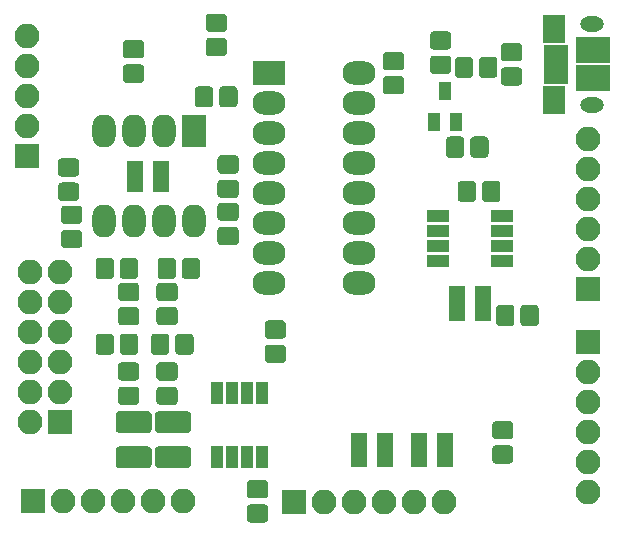
<source format=gbr>
%TF.GenerationSoftware,KiCad,Pcbnew,5.0.0+dfsg1-2*%
%TF.CreationDate,2019-12-09T14:25:11+01:00*%
%TF.ProjectId,pmod2,706D6F64322E6B696361645F70636200,rev?*%
%TF.SameCoordinates,Original*%
%TF.FileFunction,Soldermask,Top*%
%TF.FilePolarity,Negative*%
%FSLAX46Y46*%
G04 Gerber Fmt 4.6, Leading zero omitted, Abs format (unit mm)*
G04 Created by KiCad (PCBNEW 5.0.0+dfsg1-2) date Mon Dec  9 14:25:11 2019*
%MOMM*%
%LPD*%
G01*
G04 APERTURE LIST*
%ADD10R,1.000000X1.950000*%
%ADD11C,0.100000*%
%ADD12C,1.550000*%
%ADD13R,1.950000X1.000000*%
%ADD14R,2.100000X2.100000*%
%ADD15O,2.100000X2.100000*%
%ADD16R,1.050000X1.620000*%
%ADD17R,1.460000X0.800000*%
%ADD18R,1.460000X1.050000*%
%ADD19C,1.825000*%
%ADD20R,2.800000X2.000000*%
%ADD21O,2.800000X2.000000*%
%ADD22R,2.000000X2.800000*%
%ADD23O,2.000000X2.800000*%
%ADD24R,1.900000X2.400000*%
%ADD25R,2.050000X0.800000*%
%ADD26O,2.000000X1.300000*%
%ADD27R,2.900000X2.300000*%
G04 APERTURE END LIST*
D10*
X143845000Y-146300000D03*
X145115000Y-146300000D03*
X146385000Y-146300000D03*
X147655000Y-146300000D03*
X147655000Y-151700000D03*
X146385000Y-151700000D03*
X145115000Y-151700000D03*
X143845000Y-151700000D03*
D11*
G36*
X132096071Y-130451623D02*
X132128781Y-130456475D01*
X132160857Y-130464509D01*
X132191991Y-130475649D01*
X132221884Y-130489787D01*
X132250247Y-130506787D01*
X132276807Y-130526485D01*
X132301308Y-130548692D01*
X132323515Y-130573193D01*
X132343213Y-130599753D01*
X132360213Y-130628116D01*
X132374351Y-130658009D01*
X132385491Y-130689143D01*
X132393525Y-130721219D01*
X132398377Y-130753929D01*
X132400000Y-130786956D01*
X132400000Y-131663044D01*
X132398377Y-131696071D01*
X132393525Y-131728781D01*
X132385491Y-131760857D01*
X132374351Y-131791991D01*
X132360213Y-131821884D01*
X132343213Y-131850247D01*
X132323515Y-131876807D01*
X132301308Y-131901308D01*
X132276807Y-131923515D01*
X132250247Y-131943213D01*
X132221884Y-131960213D01*
X132191991Y-131974351D01*
X132160857Y-131985491D01*
X132128781Y-131993525D01*
X132096071Y-131998377D01*
X132063044Y-132000000D01*
X130936956Y-132000000D01*
X130903929Y-131998377D01*
X130871219Y-131993525D01*
X130839143Y-131985491D01*
X130808009Y-131974351D01*
X130778116Y-131960213D01*
X130749753Y-131943213D01*
X130723193Y-131923515D01*
X130698692Y-131901308D01*
X130676485Y-131876807D01*
X130656787Y-131850247D01*
X130639787Y-131821884D01*
X130625649Y-131791991D01*
X130614509Y-131760857D01*
X130606475Y-131728781D01*
X130601623Y-131696071D01*
X130600000Y-131663044D01*
X130600000Y-130786956D01*
X130601623Y-130753929D01*
X130606475Y-130721219D01*
X130614509Y-130689143D01*
X130625649Y-130658009D01*
X130639787Y-130628116D01*
X130656787Y-130599753D01*
X130676485Y-130573193D01*
X130698692Y-130548692D01*
X130723193Y-130526485D01*
X130749753Y-130506787D01*
X130778116Y-130489787D01*
X130808009Y-130475649D01*
X130839143Y-130464509D01*
X130871219Y-130456475D01*
X130903929Y-130451623D01*
X130936956Y-130450000D01*
X132063044Y-130450000D01*
X132096071Y-130451623D01*
X132096071Y-130451623D01*
G37*
D12*
X131500000Y-131225000D03*
D11*
G36*
X132096071Y-132501623D02*
X132128781Y-132506475D01*
X132160857Y-132514509D01*
X132191991Y-132525649D01*
X132221884Y-132539787D01*
X132250247Y-132556787D01*
X132276807Y-132576485D01*
X132301308Y-132598692D01*
X132323515Y-132623193D01*
X132343213Y-132649753D01*
X132360213Y-132678116D01*
X132374351Y-132708009D01*
X132385491Y-132739143D01*
X132393525Y-132771219D01*
X132398377Y-132803929D01*
X132400000Y-132836956D01*
X132400000Y-133713044D01*
X132398377Y-133746071D01*
X132393525Y-133778781D01*
X132385491Y-133810857D01*
X132374351Y-133841991D01*
X132360213Y-133871884D01*
X132343213Y-133900247D01*
X132323515Y-133926807D01*
X132301308Y-133951308D01*
X132276807Y-133973515D01*
X132250247Y-133993213D01*
X132221884Y-134010213D01*
X132191991Y-134024351D01*
X132160857Y-134035491D01*
X132128781Y-134043525D01*
X132096071Y-134048377D01*
X132063044Y-134050000D01*
X130936956Y-134050000D01*
X130903929Y-134048377D01*
X130871219Y-134043525D01*
X130839143Y-134035491D01*
X130808009Y-134024351D01*
X130778116Y-134010213D01*
X130749753Y-133993213D01*
X130723193Y-133973515D01*
X130698692Y-133951308D01*
X130676485Y-133926807D01*
X130656787Y-133900247D01*
X130639787Y-133871884D01*
X130625649Y-133841991D01*
X130614509Y-133810857D01*
X130606475Y-133778781D01*
X130601623Y-133746071D01*
X130600000Y-133713044D01*
X130600000Y-132836956D01*
X130601623Y-132803929D01*
X130606475Y-132771219D01*
X130614509Y-132739143D01*
X130625649Y-132708009D01*
X130639787Y-132678116D01*
X130656787Y-132649753D01*
X130676485Y-132623193D01*
X130698692Y-132598692D01*
X130723193Y-132576485D01*
X130749753Y-132556787D01*
X130778116Y-132539787D01*
X130808009Y-132525649D01*
X130839143Y-132514509D01*
X130871219Y-132506475D01*
X130903929Y-132501623D01*
X130936956Y-132500000D01*
X132063044Y-132500000D01*
X132096071Y-132501623D01*
X132096071Y-132501623D01*
G37*
D12*
X131500000Y-133275000D03*
D11*
G36*
X145346071Y-130201623D02*
X145378781Y-130206475D01*
X145410857Y-130214509D01*
X145441991Y-130225649D01*
X145471884Y-130239787D01*
X145500247Y-130256787D01*
X145526807Y-130276485D01*
X145551308Y-130298692D01*
X145573515Y-130323193D01*
X145593213Y-130349753D01*
X145610213Y-130378116D01*
X145624351Y-130408009D01*
X145635491Y-130439143D01*
X145643525Y-130471219D01*
X145648377Y-130503929D01*
X145650000Y-130536956D01*
X145650000Y-131413044D01*
X145648377Y-131446071D01*
X145643525Y-131478781D01*
X145635491Y-131510857D01*
X145624351Y-131541991D01*
X145610213Y-131571884D01*
X145593213Y-131600247D01*
X145573515Y-131626807D01*
X145551308Y-131651308D01*
X145526807Y-131673515D01*
X145500247Y-131693213D01*
X145471884Y-131710213D01*
X145441991Y-131724351D01*
X145410857Y-131735491D01*
X145378781Y-131743525D01*
X145346071Y-131748377D01*
X145313044Y-131750000D01*
X144186956Y-131750000D01*
X144153929Y-131748377D01*
X144121219Y-131743525D01*
X144089143Y-131735491D01*
X144058009Y-131724351D01*
X144028116Y-131710213D01*
X143999753Y-131693213D01*
X143973193Y-131673515D01*
X143948692Y-131651308D01*
X143926485Y-131626807D01*
X143906787Y-131600247D01*
X143889787Y-131571884D01*
X143875649Y-131541991D01*
X143864509Y-131510857D01*
X143856475Y-131478781D01*
X143851623Y-131446071D01*
X143850000Y-131413044D01*
X143850000Y-130536956D01*
X143851623Y-130503929D01*
X143856475Y-130471219D01*
X143864509Y-130439143D01*
X143875649Y-130408009D01*
X143889787Y-130378116D01*
X143906787Y-130349753D01*
X143926485Y-130323193D01*
X143948692Y-130298692D01*
X143973193Y-130276485D01*
X143999753Y-130256787D01*
X144028116Y-130239787D01*
X144058009Y-130225649D01*
X144089143Y-130214509D01*
X144121219Y-130206475D01*
X144153929Y-130201623D01*
X144186956Y-130200000D01*
X145313044Y-130200000D01*
X145346071Y-130201623D01*
X145346071Y-130201623D01*
G37*
D12*
X144750000Y-130975000D03*
D11*
G36*
X145346071Y-132251623D02*
X145378781Y-132256475D01*
X145410857Y-132264509D01*
X145441991Y-132275649D01*
X145471884Y-132289787D01*
X145500247Y-132306787D01*
X145526807Y-132326485D01*
X145551308Y-132348692D01*
X145573515Y-132373193D01*
X145593213Y-132399753D01*
X145610213Y-132428116D01*
X145624351Y-132458009D01*
X145635491Y-132489143D01*
X145643525Y-132521219D01*
X145648377Y-132553929D01*
X145650000Y-132586956D01*
X145650000Y-133463044D01*
X145648377Y-133496071D01*
X145643525Y-133528781D01*
X145635491Y-133560857D01*
X145624351Y-133591991D01*
X145610213Y-133621884D01*
X145593213Y-133650247D01*
X145573515Y-133676807D01*
X145551308Y-133701308D01*
X145526807Y-133723515D01*
X145500247Y-133743213D01*
X145471884Y-133760213D01*
X145441991Y-133774351D01*
X145410857Y-133785491D01*
X145378781Y-133793525D01*
X145346071Y-133798377D01*
X145313044Y-133800000D01*
X144186956Y-133800000D01*
X144153929Y-133798377D01*
X144121219Y-133793525D01*
X144089143Y-133785491D01*
X144058009Y-133774351D01*
X144028116Y-133760213D01*
X143999753Y-133743213D01*
X143973193Y-133723515D01*
X143948692Y-133701308D01*
X143926485Y-133676807D01*
X143906787Y-133650247D01*
X143889787Y-133621884D01*
X143875649Y-133591991D01*
X143864509Y-133560857D01*
X143856475Y-133528781D01*
X143851623Y-133496071D01*
X143850000Y-133463044D01*
X143850000Y-132586956D01*
X143851623Y-132553929D01*
X143856475Y-132521219D01*
X143864509Y-132489143D01*
X143875649Y-132458009D01*
X143889787Y-132428116D01*
X143906787Y-132399753D01*
X143926485Y-132373193D01*
X143948692Y-132348692D01*
X143973193Y-132326485D01*
X143999753Y-132306787D01*
X144028116Y-132289787D01*
X144058009Y-132275649D01*
X144089143Y-132264509D01*
X144121219Y-132256475D01*
X144153929Y-132251623D01*
X144186956Y-132250000D01*
X145313044Y-132250000D01*
X145346071Y-132251623D01*
X145346071Y-132251623D01*
G37*
D12*
X144750000Y-133025000D03*
D11*
G36*
X145346071Y-126201623D02*
X145378781Y-126206475D01*
X145410857Y-126214509D01*
X145441991Y-126225649D01*
X145471884Y-126239787D01*
X145500247Y-126256787D01*
X145526807Y-126276485D01*
X145551308Y-126298692D01*
X145573515Y-126323193D01*
X145593213Y-126349753D01*
X145610213Y-126378116D01*
X145624351Y-126408009D01*
X145635491Y-126439143D01*
X145643525Y-126471219D01*
X145648377Y-126503929D01*
X145650000Y-126536956D01*
X145650000Y-127413044D01*
X145648377Y-127446071D01*
X145643525Y-127478781D01*
X145635491Y-127510857D01*
X145624351Y-127541991D01*
X145610213Y-127571884D01*
X145593213Y-127600247D01*
X145573515Y-127626807D01*
X145551308Y-127651308D01*
X145526807Y-127673515D01*
X145500247Y-127693213D01*
X145471884Y-127710213D01*
X145441991Y-127724351D01*
X145410857Y-127735491D01*
X145378781Y-127743525D01*
X145346071Y-127748377D01*
X145313044Y-127750000D01*
X144186956Y-127750000D01*
X144153929Y-127748377D01*
X144121219Y-127743525D01*
X144089143Y-127735491D01*
X144058009Y-127724351D01*
X144028116Y-127710213D01*
X143999753Y-127693213D01*
X143973193Y-127673515D01*
X143948692Y-127651308D01*
X143926485Y-127626807D01*
X143906787Y-127600247D01*
X143889787Y-127571884D01*
X143875649Y-127541991D01*
X143864509Y-127510857D01*
X143856475Y-127478781D01*
X143851623Y-127446071D01*
X143850000Y-127413044D01*
X143850000Y-126536956D01*
X143851623Y-126503929D01*
X143856475Y-126471219D01*
X143864509Y-126439143D01*
X143875649Y-126408009D01*
X143889787Y-126378116D01*
X143906787Y-126349753D01*
X143926485Y-126323193D01*
X143948692Y-126298692D01*
X143973193Y-126276485D01*
X143999753Y-126256787D01*
X144028116Y-126239787D01*
X144058009Y-126225649D01*
X144089143Y-126214509D01*
X144121219Y-126206475D01*
X144153929Y-126201623D01*
X144186956Y-126200000D01*
X145313044Y-126200000D01*
X145346071Y-126201623D01*
X145346071Y-126201623D01*
G37*
D12*
X144750000Y-126975000D03*
D11*
G36*
X145346071Y-128251623D02*
X145378781Y-128256475D01*
X145410857Y-128264509D01*
X145441991Y-128275649D01*
X145471884Y-128289787D01*
X145500247Y-128306787D01*
X145526807Y-128326485D01*
X145551308Y-128348692D01*
X145573515Y-128373193D01*
X145593213Y-128399753D01*
X145610213Y-128428116D01*
X145624351Y-128458009D01*
X145635491Y-128489143D01*
X145643525Y-128521219D01*
X145648377Y-128553929D01*
X145650000Y-128586956D01*
X145650000Y-129463044D01*
X145648377Y-129496071D01*
X145643525Y-129528781D01*
X145635491Y-129560857D01*
X145624351Y-129591991D01*
X145610213Y-129621884D01*
X145593213Y-129650247D01*
X145573515Y-129676807D01*
X145551308Y-129701308D01*
X145526807Y-129723515D01*
X145500247Y-129743213D01*
X145471884Y-129760213D01*
X145441991Y-129774351D01*
X145410857Y-129785491D01*
X145378781Y-129793525D01*
X145346071Y-129798377D01*
X145313044Y-129800000D01*
X144186956Y-129800000D01*
X144153929Y-129798377D01*
X144121219Y-129793525D01*
X144089143Y-129785491D01*
X144058009Y-129774351D01*
X144028116Y-129760213D01*
X143999753Y-129743213D01*
X143973193Y-129723515D01*
X143948692Y-129701308D01*
X143926485Y-129676807D01*
X143906787Y-129650247D01*
X143889787Y-129621884D01*
X143875649Y-129591991D01*
X143864509Y-129560857D01*
X143856475Y-129528781D01*
X143851623Y-129496071D01*
X143850000Y-129463044D01*
X143850000Y-128586956D01*
X143851623Y-128553929D01*
X143856475Y-128521219D01*
X143864509Y-128489143D01*
X143875649Y-128458009D01*
X143889787Y-128428116D01*
X143906787Y-128399753D01*
X143926485Y-128373193D01*
X143948692Y-128348692D01*
X143973193Y-128326485D01*
X143999753Y-128306787D01*
X144028116Y-128289787D01*
X144058009Y-128275649D01*
X144089143Y-128264509D01*
X144121219Y-128256475D01*
X144153929Y-128251623D01*
X144186956Y-128250000D01*
X145313044Y-128250000D01*
X145346071Y-128251623D01*
X145346071Y-128251623D01*
G37*
D12*
X144750000Y-129025000D03*
D11*
G36*
X145246071Y-120351623D02*
X145278781Y-120356475D01*
X145310857Y-120364509D01*
X145341991Y-120375649D01*
X145371884Y-120389787D01*
X145400247Y-120406787D01*
X145426807Y-120426485D01*
X145451308Y-120448692D01*
X145473515Y-120473193D01*
X145493213Y-120499753D01*
X145510213Y-120528116D01*
X145524351Y-120558009D01*
X145535491Y-120589143D01*
X145543525Y-120621219D01*
X145548377Y-120653929D01*
X145550000Y-120686956D01*
X145550000Y-121813044D01*
X145548377Y-121846071D01*
X145543525Y-121878781D01*
X145535491Y-121910857D01*
X145524351Y-121941991D01*
X145510213Y-121971884D01*
X145493213Y-122000247D01*
X145473515Y-122026807D01*
X145451308Y-122051308D01*
X145426807Y-122073515D01*
X145400247Y-122093213D01*
X145371884Y-122110213D01*
X145341991Y-122124351D01*
X145310857Y-122135491D01*
X145278781Y-122143525D01*
X145246071Y-122148377D01*
X145213044Y-122150000D01*
X144336956Y-122150000D01*
X144303929Y-122148377D01*
X144271219Y-122143525D01*
X144239143Y-122135491D01*
X144208009Y-122124351D01*
X144178116Y-122110213D01*
X144149753Y-122093213D01*
X144123193Y-122073515D01*
X144098692Y-122051308D01*
X144076485Y-122026807D01*
X144056787Y-122000247D01*
X144039787Y-121971884D01*
X144025649Y-121941991D01*
X144014509Y-121910857D01*
X144006475Y-121878781D01*
X144001623Y-121846071D01*
X144000000Y-121813044D01*
X144000000Y-120686956D01*
X144001623Y-120653929D01*
X144006475Y-120621219D01*
X144014509Y-120589143D01*
X144025649Y-120558009D01*
X144039787Y-120528116D01*
X144056787Y-120499753D01*
X144076485Y-120473193D01*
X144098692Y-120448692D01*
X144123193Y-120426485D01*
X144149753Y-120406787D01*
X144178116Y-120389787D01*
X144208009Y-120375649D01*
X144239143Y-120364509D01*
X144271219Y-120356475D01*
X144303929Y-120351623D01*
X144336956Y-120350000D01*
X145213044Y-120350000D01*
X145246071Y-120351623D01*
X145246071Y-120351623D01*
G37*
D12*
X144775000Y-121250000D03*
D11*
G36*
X143196071Y-120351623D02*
X143228781Y-120356475D01*
X143260857Y-120364509D01*
X143291991Y-120375649D01*
X143321884Y-120389787D01*
X143350247Y-120406787D01*
X143376807Y-120426485D01*
X143401308Y-120448692D01*
X143423515Y-120473193D01*
X143443213Y-120499753D01*
X143460213Y-120528116D01*
X143474351Y-120558009D01*
X143485491Y-120589143D01*
X143493525Y-120621219D01*
X143498377Y-120653929D01*
X143500000Y-120686956D01*
X143500000Y-121813044D01*
X143498377Y-121846071D01*
X143493525Y-121878781D01*
X143485491Y-121910857D01*
X143474351Y-121941991D01*
X143460213Y-121971884D01*
X143443213Y-122000247D01*
X143423515Y-122026807D01*
X143401308Y-122051308D01*
X143376807Y-122073515D01*
X143350247Y-122093213D01*
X143321884Y-122110213D01*
X143291991Y-122124351D01*
X143260857Y-122135491D01*
X143228781Y-122143525D01*
X143196071Y-122148377D01*
X143163044Y-122150000D01*
X142286956Y-122150000D01*
X142253929Y-122148377D01*
X142221219Y-122143525D01*
X142189143Y-122135491D01*
X142158009Y-122124351D01*
X142128116Y-122110213D01*
X142099753Y-122093213D01*
X142073193Y-122073515D01*
X142048692Y-122051308D01*
X142026485Y-122026807D01*
X142006787Y-122000247D01*
X141989787Y-121971884D01*
X141975649Y-121941991D01*
X141964509Y-121910857D01*
X141956475Y-121878781D01*
X141951623Y-121846071D01*
X141950000Y-121813044D01*
X141950000Y-120686956D01*
X141951623Y-120653929D01*
X141956475Y-120621219D01*
X141964509Y-120589143D01*
X141975649Y-120558009D01*
X141989787Y-120528116D01*
X142006787Y-120499753D01*
X142026485Y-120473193D01*
X142048692Y-120448692D01*
X142073193Y-120426485D01*
X142099753Y-120406787D01*
X142128116Y-120389787D01*
X142158009Y-120375649D01*
X142189143Y-120364509D01*
X142221219Y-120356475D01*
X142253929Y-120351623D01*
X142286956Y-120350000D01*
X143163044Y-120350000D01*
X143196071Y-120351623D01*
X143196071Y-120351623D01*
G37*
D12*
X142725000Y-121250000D03*
D11*
G36*
X137346071Y-118501623D02*
X137378781Y-118506475D01*
X137410857Y-118514509D01*
X137441991Y-118525649D01*
X137471884Y-118539787D01*
X137500247Y-118556787D01*
X137526807Y-118576485D01*
X137551308Y-118598692D01*
X137573515Y-118623193D01*
X137593213Y-118649753D01*
X137610213Y-118678116D01*
X137624351Y-118708009D01*
X137635491Y-118739143D01*
X137643525Y-118771219D01*
X137648377Y-118803929D01*
X137650000Y-118836956D01*
X137650000Y-119713044D01*
X137648377Y-119746071D01*
X137643525Y-119778781D01*
X137635491Y-119810857D01*
X137624351Y-119841991D01*
X137610213Y-119871884D01*
X137593213Y-119900247D01*
X137573515Y-119926807D01*
X137551308Y-119951308D01*
X137526807Y-119973515D01*
X137500247Y-119993213D01*
X137471884Y-120010213D01*
X137441991Y-120024351D01*
X137410857Y-120035491D01*
X137378781Y-120043525D01*
X137346071Y-120048377D01*
X137313044Y-120050000D01*
X136186956Y-120050000D01*
X136153929Y-120048377D01*
X136121219Y-120043525D01*
X136089143Y-120035491D01*
X136058009Y-120024351D01*
X136028116Y-120010213D01*
X135999753Y-119993213D01*
X135973193Y-119973515D01*
X135948692Y-119951308D01*
X135926485Y-119926807D01*
X135906787Y-119900247D01*
X135889787Y-119871884D01*
X135875649Y-119841991D01*
X135864509Y-119810857D01*
X135856475Y-119778781D01*
X135851623Y-119746071D01*
X135850000Y-119713044D01*
X135850000Y-118836956D01*
X135851623Y-118803929D01*
X135856475Y-118771219D01*
X135864509Y-118739143D01*
X135875649Y-118708009D01*
X135889787Y-118678116D01*
X135906787Y-118649753D01*
X135926485Y-118623193D01*
X135948692Y-118598692D01*
X135973193Y-118576485D01*
X135999753Y-118556787D01*
X136028116Y-118539787D01*
X136058009Y-118525649D01*
X136089143Y-118514509D01*
X136121219Y-118506475D01*
X136153929Y-118501623D01*
X136186956Y-118500000D01*
X137313044Y-118500000D01*
X137346071Y-118501623D01*
X137346071Y-118501623D01*
G37*
D12*
X136750000Y-119275000D03*
D11*
G36*
X137346071Y-116451623D02*
X137378781Y-116456475D01*
X137410857Y-116464509D01*
X137441991Y-116475649D01*
X137471884Y-116489787D01*
X137500247Y-116506787D01*
X137526807Y-116526485D01*
X137551308Y-116548692D01*
X137573515Y-116573193D01*
X137593213Y-116599753D01*
X137610213Y-116628116D01*
X137624351Y-116658009D01*
X137635491Y-116689143D01*
X137643525Y-116721219D01*
X137648377Y-116753929D01*
X137650000Y-116786956D01*
X137650000Y-117663044D01*
X137648377Y-117696071D01*
X137643525Y-117728781D01*
X137635491Y-117760857D01*
X137624351Y-117791991D01*
X137610213Y-117821884D01*
X137593213Y-117850247D01*
X137573515Y-117876807D01*
X137551308Y-117901308D01*
X137526807Y-117923515D01*
X137500247Y-117943213D01*
X137471884Y-117960213D01*
X137441991Y-117974351D01*
X137410857Y-117985491D01*
X137378781Y-117993525D01*
X137346071Y-117998377D01*
X137313044Y-118000000D01*
X136186956Y-118000000D01*
X136153929Y-117998377D01*
X136121219Y-117993525D01*
X136089143Y-117985491D01*
X136058009Y-117974351D01*
X136028116Y-117960213D01*
X135999753Y-117943213D01*
X135973193Y-117923515D01*
X135948692Y-117901308D01*
X135926485Y-117876807D01*
X135906787Y-117850247D01*
X135889787Y-117821884D01*
X135875649Y-117791991D01*
X135864509Y-117760857D01*
X135856475Y-117728781D01*
X135851623Y-117696071D01*
X135850000Y-117663044D01*
X135850000Y-116786956D01*
X135851623Y-116753929D01*
X135856475Y-116721219D01*
X135864509Y-116689143D01*
X135875649Y-116658009D01*
X135889787Y-116628116D01*
X135906787Y-116599753D01*
X135926485Y-116573193D01*
X135948692Y-116548692D01*
X135973193Y-116526485D01*
X135999753Y-116506787D01*
X136028116Y-116489787D01*
X136058009Y-116475649D01*
X136089143Y-116464509D01*
X136121219Y-116456475D01*
X136153929Y-116451623D01*
X136186956Y-116450000D01*
X137313044Y-116450000D01*
X137346071Y-116451623D01*
X137346071Y-116451623D01*
G37*
D12*
X136750000Y-117225000D03*
D11*
G36*
X131846071Y-128501623D02*
X131878781Y-128506475D01*
X131910857Y-128514509D01*
X131941991Y-128525649D01*
X131971884Y-128539787D01*
X132000247Y-128556787D01*
X132026807Y-128576485D01*
X132051308Y-128598692D01*
X132073515Y-128623193D01*
X132093213Y-128649753D01*
X132110213Y-128678116D01*
X132124351Y-128708009D01*
X132135491Y-128739143D01*
X132143525Y-128771219D01*
X132148377Y-128803929D01*
X132150000Y-128836956D01*
X132150000Y-129713044D01*
X132148377Y-129746071D01*
X132143525Y-129778781D01*
X132135491Y-129810857D01*
X132124351Y-129841991D01*
X132110213Y-129871884D01*
X132093213Y-129900247D01*
X132073515Y-129926807D01*
X132051308Y-129951308D01*
X132026807Y-129973515D01*
X132000247Y-129993213D01*
X131971884Y-130010213D01*
X131941991Y-130024351D01*
X131910857Y-130035491D01*
X131878781Y-130043525D01*
X131846071Y-130048377D01*
X131813044Y-130050000D01*
X130686956Y-130050000D01*
X130653929Y-130048377D01*
X130621219Y-130043525D01*
X130589143Y-130035491D01*
X130558009Y-130024351D01*
X130528116Y-130010213D01*
X130499753Y-129993213D01*
X130473193Y-129973515D01*
X130448692Y-129951308D01*
X130426485Y-129926807D01*
X130406787Y-129900247D01*
X130389787Y-129871884D01*
X130375649Y-129841991D01*
X130364509Y-129810857D01*
X130356475Y-129778781D01*
X130351623Y-129746071D01*
X130350000Y-129713044D01*
X130350000Y-128836956D01*
X130351623Y-128803929D01*
X130356475Y-128771219D01*
X130364509Y-128739143D01*
X130375649Y-128708009D01*
X130389787Y-128678116D01*
X130406787Y-128649753D01*
X130426485Y-128623193D01*
X130448692Y-128598692D01*
X130473193Y-128576485D01*
X130499753Y-128556787D01*
X130528116Y-128539787D01*
X130558009Y-128525649D01*
X130589143Y-128514509D01*
X130621219Y-128506475D01*
X130653929Y-128501623D01*
X130686956Y-128500000D01*
X131813044Y-128500000D01*
X131846071Y-128501623D01*
X131846071Y-128501623D01*
G37*
D12*
X131250000Y-129275000D03*
D11*
G36*
X131846071Y-126451623D02*
X131878781Y-126456475D01*
X131910857Y-126464509D01*
X131941991Y-126475649D01*
X131971884Y-126489787D01*
X132000247Y-126506787D01*
X132026807Y-126526485D01*
X132051308Y-126548692D01*
X132073515Y-126573193D01*
X132093213Y-126599753D01*
X132110213Y-126628116D01*
X132124351Y-126658009D01*
X132135491Y-126689143D01*
X132143525Y-126721219D01*
X132148377Y-126753929D01*
X132150000Y-126786956D01*
X132150000Y-127663044D01*
X132148377Y-127696071D01*
X132143525Y-127728781D01*
X132135491Y-127760857D01*
X132124351Y-127791991D01*
X132110213Y-127821884D01*
X132093213Y-127850247D01*
X132073515Y-127876807D01*
X132051308Y-127901308D01*
X132026807Y-127923515D01*
X132000247Y-127943213D01*
X131971884Y-127960213D01*
X131941991Y-127974351D01*
X131910857Y-127985491D01*
X131878781Y-127993525D01*
X131846071Y-127998377D01*
X131813044Y-128000000D01*
X130686956Y-128000000D01*
X130653929Y-127998377D01*
X130621219Y-127993525D01*
X130589143Y-127985491D01*
X130558009Y-127974351D01*
X130528116Y-127960213D01*
X130499753Y-127943213D01*
X130473193Y-127923515D01*
X130448692Y-127901308D01*
X130426485Y-127876807D01*
X130406787Y-127850247D01*
X130389787Y-127821884D01*
X130375649Y-127791991D01*
X130364509Y-127760857D01*
X130356475Y-127728781D01*
X130351623Y-127696071D01*
X130350000Y-127663044D01*
X130350000Y-126786956D01*
X130351623Y-126753929D01*
X130356475Y-126721219D01*
X130364509Y-126689143D01*
X130375649Y-126658009D01*
X130389787Y-126628116D01*
X130406787Y-126599753D01*
X130426485Y-126573193D01*
X130448692Y-126548692D01*
X130473193Y-126526485D01*
X130499753Y-126506787D01*
X130528116Y-126489787D01*
X130558009Y-126475649D01*
X130589143Y-126464509D01*
X130621219Y-126456475D01*
X130653929Y-126451623D01*
X130686956Y-126450000D01*
X131813044Y-126450000D01*
X131846071Y-126451623D01*
X131846071Y-126451623D01*
G37*
D12*
X131250000Y-127225000D03*
D13*
X162550000Y-131345000D03*
X162550000Y-132615000D03*
X162550000Y-133885000D03*
X162550000Y-135155000D03*
X167950000Y-135155000D03*
X167950000Y-133885000D03*
X167950000Y-132615000D03*
X167950000Y-131345000D03*
D11*
G36*
X159346071Y-117451623D02*
X159378781Y-117456475D01*
X159410857Y-117464509D01*
X159441991Y-117475649D01*
X159471884Y-117489787D01*
X159500247Y-117506787D01*
X159526807Y-117526485D01*
X159551308Y-117548692D01*
X159573515Y-117573193D01*
X159593213Y-117599753D01*
X159610213Y-117628116D01*
X159624351Y-117658009D01*
X159635491Y-117689143D01*
X159643525Y-117721219D01*
X159648377Y-117753929D01*
X159650000Y-117786956D01*
X159650000Y-118663044D01*
X159648377Y-118696071D01*
X159643525Y-118728781D01*
X159635491Y-118760857D01*
X159624351Y-118791991D01*
X159610213Y-118821884D01*
X159593213Y-118850247D01*
X159573515Y-118876807D01*
X159551308Y-118901308D01*
X159526807Y-118923515D01*
X159500247Y-118943213D01*
X159471884Y-118960213D01*
X159441991Y-118974351D01*
X159410857Y-118985491D01*
X159378781Y-118993525D01*
X159346071Y-118998377D01*
X159313044Y-119000000D01*
X158186956Y-119000000D01*
X158153929Y-118998377D01*
X158121219Y-118993525D01*
X158089143Y-118985491D01*
X158058009Y-118974351D01*
X158028116Y-118960213D01*
X157999753Y-118943213D01*
X157973193Y-118923515D01*
X157948692Y-118901308D01*
X157926485Y-118876807D01*
X157906787Y-118850247D01*
X157889787Y-118821884D01*
X157875649Y-118791991D01*
X157864509Y-118760857D01*
X157856475Y-118728781D01*
X157851623Y-118696071D01*
X157850000Y-118663044D01*
X157850000Y-117786956D01*
X157851623Y-117753929D01*
X157856475Y-117721219D01*
X157864509Y-117689143D01*
X157875649Y-117658009D01*
X157889787Y-117628116D01*
X157906787Y-117599753D01*
X157926485Y-117573193D01*
X157948692Y-117548692D01*
X157973193Y-117526485D01*
X157999753Y-117506787D01*
X158028116Y-117489787D01*
X158058009Y-117475649D01*
X158089143Y-117464509D01*
X158121219Y-117456475D01*
X158153929Y-117451623D01*
X158186956Y-117450000D01*
X159313044Y-117450000D01*
X159346071Y-117451623D01*
X159346071Y-117451623D01*
G37*
D12*
X158750000Y-118225000D03*
D11*
G36*
X159346071Y-119501623D02*
X159378781Y-119506475D01*
X159410857Y-119514509D01*
X159441991Y-119525649D01*
X159471884Y-119539787D01*
X159500247Y-119556787D01*
X159526807Y-119576485D01*
X159551308Y-119598692D01*
X159573515Y-119623193D01*
X159593213Y-119649753D01*
X159610213Y-119678116D01*
X159624351Y-119708009D01*
X159635491Y-119739143D01*
X159643525Y-119771219D01*
X159648377Y-119803929D01*
X159650000Y-119836956D01*
X159650000Y-120713044D01*
X159648377Y-120746071D01*
X159643525Y-120778781D01*
X159635491Y-120810857D01*
X159624351Y-120841991D01*
X159610213Y-120871884D01*
X159593213Y-120900247D01*
X159573515Y-120926807D01*
X159551308Y-120951308D01*
X159526807Y-120973515D01*
X159500247Y-120993213D01*
X159471884Y-121010213D01*
X159441991Y-121024351D01*
X159410857Y-121035491D01*
X159378781Y-121043525D01*
X159346071Y-121048377D01*
X159313044Y-121050000D01*
X158186956Y-121050000D01*
X158153929Y-121048377D01*
X158121219Y-121043525D01*
X158089143Y-121035491D01*
X158058009Y-121024351D01*
X158028116Y-121010213D01*
X157999753Y-120993213D01*
X157973193Y-120973515D01*
X157948692Y-120951308D01*
X157926485Y-120926807D01*
X157906787Y-120900247D01*
X157889787Y-120871884D01*
X157875649Y-120841991D01*
X157864509Y-120810857D01*
X157856475Y-120778781D01*
X157851623Y-120746071D01*
X157850000Y-120713044D01*
X157850000Y-119836956D01*
X157851623Y-119803929D01*
X157856475Y-119771219D01*
X157864509Y-119739143D01*
X157875649Y-119708009D01*
X157889787Y-119678116D01*
X157906787Y-119649753D01*
X157926485Y-119623193D01*
X157948692Y-119598692D01*
X157973193Y-119576485D01*
X157999753Y-119556787D01*
X158028116Y-119539787D01*
X158058009Y-119525649D01*
X158089143Y-119514509D01*
X158121219Y-119506475D01*
X158153929Y-119501623D01*
X158186956Y-119500000D01*
X159313044Y-119500000D01*
X159346071Y-119501623D01*
X159346071Y-119501623D01*
G37*
D12*
X158750000Y-120275000D03*
D11*
G36*
X147846071Y-155751623D02*
X147878781Y-155756475D01*
X147910857Y-155764509D01*
X147941991Y-155775649D01*
X147971884Y-155789787D01*
X148000247Y-155806787D01*
X148026807Y-155826485D01*
X148051308Y-155848692D01*
X148073515Y-155873193D01*
X148093213Y-155899753D01*
X148110213Y-155928116D01*
X148124351Y-155958009D01*
X148135491Y-155989143D01*
X148143525Y-156021219D01*
X148148377Y-156053929D01*
X148150000Y-156086956D01*
X148150000Y-156963044D01*
X148148377Y-156996071D01*
X148143525Y-157028781D01*
X148135491Y-157060857D01*
X148124351Y-157091991D01*
X148110213Y-157121884D01*
X148093213Y-157150247D01*
X148073515Y-157176807D01*
X148051308Y-157201308D01*
X148026807Y-157223515D01*
X148000247Y-157243213D01*
X147971884Y-157260213D01*
X147941991Y-157274351D01*
X147910857Y-157285491D01*
X147878781Y-157293525D01*
X147846071Y-157298377D01*
X147813044Y-157300000D01*
X146686956Y-157300000D01*
X146653929Y-157298377D01*
X146621219Y-157293525D01*
X146589143Y-157285491D01*
X146558009Y-157274351D01*
X146528116Y-157260213D01*
X146499753Y-157243213D01*
X146473193Y-157223515D01*
X146448692Y-157201308D01*
X146426485Y-157176807D01*
X146406787Y-157150247D01*
X146389787Y-157121884D01*
X146375649Y-157091991D01*
X146364509Y-157060857D01*
X146356475Y-157028781D01*
X146351623Y-156996071D01*
X146350000Y-156963044D01*
X146350000Y-156086956D01*
X146351623Y-156053929D01*
X146356475Y-156021219D01*
X146364509Y-155989143D01*
X146375649Y-155958009D01*
X146389787Y-155928116D01*
X146406787Y-155899753D01*
X146426485Y-155873193D01*
X146448692Y-155848692D01*
X146473193Y-155826485D01*
X146499753Y-155806787D01*
X146528116Y-155789787D01*
X146558009Y-155775649D01*
X146589143Y-155764509D01*
X146621219Y-155756475D01*
X146653929Y-155751623D01*
X146686956Y-155750000D01*
X147813044Y-155750000D01*
X147846071Y-155751623D01*
X147846071Y-155751623D01*
G37*
D12*
X147250000Y-156525000D03*
D11*
G36*
X147846071Y-153701623D02*
X147878781Y-153706475D01*
X147910857Y-153714509D01*
X147941991Y-153725649D01*
X147971884Y-153739787D01*
X148000247Y-153756787D01*
X148026807Y-153776485D01*
X148051308Y-153798692D01*
X148073515Y-153823193D01*
X148093213Y-153849753D01*
X148110213Y-153878116D01*
X148124351Y-153908009D01*
X148135491Y-153939143D01*
X148143525Y-153971219D01*
X148148377Y-154003929D01*
X148150000Y-154036956D01*
X148150000Y-154913044D01*
X148148377Y-154946071D01*
X148143525Y-154978781D01*
X148135491Y-155010857D01*
X148124351Y-155041991D01*
X148110213Y-155071884D01*
X148093213Y-155100247D01*
X148073515Y-155126807D01*
X148051308Y-155151308D01*
X148026807Y-155173515D01*
X148000247Y-155193213D01*
X147971884Y-155210213D01*
X147941991Y-155224351D01*
X147910857Y-155235491D01*
X147878781Y-155243525D01*
X147846071Y-155248377D01*
X147813044Y-155250000D01*
X146686956Y-155250000D01*
X146653929Y-155248377D01*
X146621219Y-155243525D01*
X146589143Y-155235491D01*
X146558009Y-155224351D01*
X146528116Y-155210213D01*
X146499753Y-155193213D01*
X146473193Y-155173515D01*
X146448692Y-155151308D01*
X146426485Y-155126807D01*
X146406787Y-155100247D01*
X146389787Y-155071884D01*
X146375649Y-155041991D01*
X146364509Y-155010857D01*
X146356475Y-154978781D01*
X146351623Y-154946071D01*
X146350000Y-154913044D01*
X146350000Y-154036956D01*
X146351623Y-154003929D01*
X146356475Y-153971219D01*
X146364509Y-153939143D01*
X146375649Y-153908009D01*
X146389787Y-153878116D01*
X146406787Y-153849753D01*
X146426485Y-153823193D01*
X146448692Y-153798692D01*
X146473193Y-153776485D01*
X146499753Y-153756787D01*
X146528116Y-153739787D01*
X146558009Y-153725649D01*
X146589143Y-153714509D01*
X146621219Y-153706475D01*
X146653929Y-153701623D01*
X146686956Y-153700000D01*
X147813044Y-153700000D01*
X147846071Y-153701623D01*
X147846071Y-153701623D01*
G37*
D12*
X147250000Y-154475000D03*
D11*
G36*
X144346071Y-114201623D02*
X144378781Y-114206475D01*
X144410857Y-114214509D01*
X144441991Y-114225649D01*
X144471884Y-114239787D01*
X144500247Y-114256787D01*
X144526807Y-114276485D01*
X144551308Y-114298692D01*
X144573515Y-114323193D01*
X144593213Y-114349753D01*
X144610213Y-114378116D01*
X144624351Y-114408009D01*
X144635491Y-114439143D01*
X144643525Y-114471219D01*
X144648377Y-114503929D01*
X144650000Y-114536956D01*
X144650000Y-115413044D01*
X144648377Y-115446071D01*
X144643525Y-115478781D01*
X144635491Y-115510857D01*
X144624351Y-115541991D01*
X144610213Y-115571884D01*
X144593213Y-115600247D01*
X144573515Y-115626807D01*
X144551308Y-115651308D01*
X144526807Y-115673515D01*
X144500247Y-115693213D01*
X144471884Y-115710213D01*
X144441991Y-115724351D01*
X144410857Y-115735491D01*
X144378781Y-115743525D01*
X144346071Y-115748377D01*
X144313044Y-115750000D01*
X143186956Y-115750000D01*
X143153929Y-115748377D01*
X143121219Y-115743525D01*
X143089143Y-115735491D01*
X143058009Y-115724351D01*
X143028116Y-115710213D01*
X142999753Y-115693213D01*
X142973193Y-115673515D01*
X142948692Y-115651308D01*
X142926485Y-115626807D01*
X142906787Y-115600247D01*
X142889787Y-115571884D01*
X142875649Y-115541991D01*
X142864509Y-115510857D01*
X142856475Y-115478781D01*
X142851623Y-115446071D01*
X142850000Y-115413044D01*
X142850000Y-114536956D01*
X142851623Y-114503929D01*
X142856475Y-114471219D01*
X142864509Y-114439143D01*
X142875649Y-114408009D01*
X142889787Y-114378116D01*
X142906787Y-114349753D01*
X142926485Y-114323193D01*
X142948692Y-114298692D01*
X142973193Y-114276485D01*
X142999753Y-114256787D01*
X143028116Y-114239787D01*
X143058009Y-114225649D01*
X143089143Y-114214509D01*
X143121219Y-114206475D01*
X143153929Y-114201623D01*
X143186956Y-114200000D01*
X144313044Y-114200000D01*
X144346071Y-114201623D01*
X144346071Y-114201623D01*
G37*
D12*
X143750000Y-114975000D03*
D11*
G36*
X144346071Y-116251623D02*
X144378781Y-116256475D01*
X144410857Y-116264509D01*
X144441991Y-116275649D01*
X144471884Y-116289787D01*
X144500247Y-116306787D01*
X144526807Y-116326485D01*
X144551308Y-116348692D01*
X144573515Y-116373193D01*
X144593213Y-116399753D01*
X144610213Y-116428116D01*
X144624351Y-116458009D01*
X144635491Y-116489143D01*
X144643525Y-116521219D01*
X144648377Y-116553929D01*
X144650000Y-116586956D01*
X144650000Y-117463044D01*
X144648377Y-117496071D01*
X144643525Y-117528781D01*
X144635491Y-117560857D01*
X144624351Y-117591991D01*
X144610213Y-117621884D01*
X144593213Y-117650247D01*
X144573515Y-117676807D01*
X144551308Y-117701308D01*
X144526807Y-117723515D01*
X144500247Y-117743213D01*
X144471884Y-117760213D01*
X144441991Y-117774351D01*
X144410857Y-117785491D01*
X144378781Y-117793525D01*
X144346071Y-117798377D01*
X144313044Y-117800000D01*
X143186956Y-117800000D01*
X143153929Y-117798377D01*
X143121219Y-117793525D01*
X143089143Y-117785491D01*
X143058009Y-117774351D01*
X143028116Y-117760213D01*
X142999753Y-117743213D01*
X142973193Y-117723515D01*
X142948692Y-117701308D01*
X142926485Y-117676807D01*
X142906787Y-117650247D01*
X142889787Y-117621884D01*
X142875649Y-117591991D01*
X142864509Y-117560857D01*
X142856475Y-117528781D01*
X142851623Y-117496071D01*
X142850000Y-117463044D01*
X142850000Y-116586956D01*
X142851623Y-116553929D01*
X142856475Y-116521219D01*
X142864509Y-116489143D01*
X142875649Y-116458009D01*
X142889787Y-116428116D01*
X142906787Y-116399753D01*
X142926485Y-116373193D01*
X142948692Y-116348692D01*
X142973193Y-116326485D01*
X142999753Y-116306787D01*
X143028116Y-116289787D01*
X143058009Y-116275649D01*
X143089143Y-116264509D01*
X143121219Y-116256475D01*
X143153929Y-116251623D01*
X143186956Y-116250000D01*
X144313044Y-116250000D01*
X144346071Y-116251623D01*
X144346071Y-116251623D01*
G37*
D12*
X143750000Y-117025000D03*
D11*
G36*
X170746071Y-138851623D02*
X170778781Y-138856475D01*
X170810857Y-138864509D01*
X170841991Y-138875649D01*
X170871884Y-138889787D01*
X170900247Y-138906787D01*
X170926807Y-138926485D01*
X170951308Y-138948692D01*
X170973515Y-138973193D01*
X170993213Y-138999753D01*
X171010213Y-139028116D01*
X171024351Y-139058009D01*
X171035491Y-139089143D01*
X171043525Y-139121219D01*
X171048377Y-139153929D01*
X171050000Y-139186956D01*
X171050000Y-140313044D01*
X171048377Y-140346071D01*
X171043525Y-140378781D01*
X171035491Y-140410857D01*
X171024351Y-140441991D01*
X171010213Y-140471884D01*
X170993213Y-140500247D01*
X170973515Y-140526807D01*
X170951308Y-140551308D01*
X170926807Y-140573515D01*
X170900247Y-140593213D01*
X170871884Y-140610213D01*
X170841991Y-140624351D01*
X170810857Y-140635491D01*
X170778781Y-140643525D01*
X170746071Y-140648377D01*
X170713044Y-140650000D01*
X169836956Y-140650000D01*
X169803929Y-140648377D01*
X169771219Y-140643525D01*
X169739143Y-140635491D01*
X169708009Y-140624351D01*
X169678116Y-140610213D01*
X169649753Y-140593213D01*
X169623193Y-140573515D01*
X169598692Y-140551308D01*
X169576485Y-140526807D01*
X169556787Y-140500247D01*
X169539787Y-140471884D01*
X169525649Y-140441991D01*
X169514509Y-140410857D01*
X169506475Y-140378781D01*
X169501623Y-140346071D01*
X169500000Y-140313044D01*
X169500000Y-139186956D01*
X169501623Y-139153929D01*
X169506475Y-139121219D01*
X169514509Y-139089143D01*
X169525649Y-139058009D01*
X169539787Y-139028116D01*
X169556787Y-138999753D01*
X169576485Y-138973193D01*
X169598692Y-138948692D01*
X169623193Y-138926485D01*
X169649753Y-138906787D01*
X169678116Y-138889787D01*
X169708009Y-138875649D01*
X169739143Y-138864509D01*
X169771219Y-138856475D01*
X169803929Y-138851623D01*
X169836956Y-138850000D01*
X170713044Y-138850000D01*
X170746071Y-138851623D01*
X170746071Y-138851623D01*
G37*
D12*
X170275000Y-139750000D03*
D11*
G36*
X168696071Y-138851623D02*
X168728781Y-138856475D01*
X168760857Y-138864509D01*
X168791991Y-138875649D01*
X168821884Y-138889787D01*
X168850247Y-138906787D01*
X168876807Y-138926485D01*
X168901308Y-138948692D01*
X168923515Y-138973193D01*
X168943213Y-138999753D01*
X168960213Y-139028116D01*
X168974351Y-139058009D01*
X168985491Y-139089143D01*
X168993525Y-139121219D01*
X168998377Y-139153929D01*
X169000000Y-139186956D01*
X169000000Y-140313044D01*
X168998377Y-140346071D01*
X168993525Y-140378781D01*
X168985491Y-140410857D01*
X168974351Y-140441991D01*
X168960213Y-140471884D01*
X168943213Y-140500247D01*
X168923515Y-140526807D01*
X168901308Y-140551308D01*
X168876807Y-140573515D01*
X168850247Y-140593213D01*
X168821884Y-140610213D01*
X168791991Y-140624351D01*
X168760857Y-140635491D01*
X168728781Y-140643525D01*
X168696071Y-140648377D01*
X168663044Y-140650000D01*
X167786956Y-140650000D01*
X167753929Y-140648377D01*
X167721219Y-140643525D01*
X167689143Y-140635491D01*
X167658009Y-140624351D01*
X167628116Y-140610213D01*
X167599753Y-140593213D01*
X167573193Y-140573515D01*
X167548692Y-140551308D01*
X167526485Y-140526807D01*
X167506787Y-140500247D01*
X167489787Y-140471884D01*
X167475649Y-140441991D01*
X167464509Y-140410857D01*
X167456475Y-140378781D01*
X167451623Y-140346071D01*
X167450000Y-140313044D01*
X167450000Y-139186956D01*
X167451623Y-139153929D01*
X167456475Y-139121219D01*
X167464509Y-139089143D01*
X167475649Y-139058009D01*
X167489787Y-139028116D01*
X167506787Y-138999753D01*
X167526485Y-138973193D01*
X167548692Y-138948692D01*
X167573193Y-138926485D01*
X167599753Y-138906787D01*
X167628116Y-138889787D01*
X167658009Y-138875649D01*
X167689143Y-138864509D01*
X167721219Y-138856475D01*
X167753929Y-138851623D01*
X167786956Y-138850000D01*
X168663044Y-138850000D01*
X168696071Y-138851623D01*
X168696071Y-138851623D01*
G37*
D12*
X168225000Y-139750000D03*
D14*
X150327862Y-155515305D03*
D15*
X152867862Y-155515305D03*
X155407862Y-155515305D03*
X157947862Y-155515305D03*
X160487862Y-155515305D03*
X163027862Y-155515305D03*
D14*
X127750000Y-126250000D03*
D15*
X127750000Y-123710000D03*
X127750000Y-121170000D03*
X127750000Y-118630000D03*
X127750000Y-116090000D03*
D11*
G36*
X167496071Y-128351623D02*
X167528781Y-128356475D01*
X167560857Y-128364509D01*
X167591991Y-128375649D01*
X167621884Y-128389787D01*
X167650247Y-128406787D01*
X167676807Y-128426485D01*
X167701308Y-128448692D01*
X167723515Y-128473193D01*
X167743213Y-128499753D01*
X167760213Y-128528116D01*
X167774351Y-128558009D01*
X167785491Y-128589143D01*
X167793525Y-128621219D01*
X167798377Y-128653929D01*
X167800000Y-128686956D01*
X167800000Y-129813044D01*
X167798377Y-129846071D01*
X167793525Y-129878781D01*
X167785491Y-129910857D01*
X167774351Y-129941991D01*
X167760213Y-129971884D01*
X167743213Y-130000247D01*
X167723515Y-130026807D01*
X167701308Y-130051308D01*
X167676807Y-130073515D01*
X167650247Y-130093213D01*
X167621884Y-130110213D01*
X167591991Y-130124351D01*
X167560857Y-130135491D01*
X167528781Y-130143525D01*
X167496071Y-130148377D01*
X167463044Y-130150000D01*
X166586956Y-130150000D01*
X166553929Y-130148377D01*
X166521219Y-130143525D01*
X166489143Y-130135491D01*
X166458009Y-130124351D01*
X166428116Y-130110213D01*
X166399753Y-130093213D01*
X166373193Y-130073515D01*
X166348692Y-130051308D01*
X166326485Y-130026807D01*
X166306787Y-130000247D01*
X166289787Y-129971884D01*
X166275649Y-129941991D01*
X166264509Y-129910857D01*
X166256475Y-129878781D01*
X166251623Y-129846071D01*
X166250000Y-129813044D01*
X166250000Y-128686956D01*
X166251623Y-128653929D01*
X166256475Y-128621219D01*
X166264509Y-128589143D01*
X166275649Y-128558009D01*
X166289787Y-128528116D01*
X166306787Y-128499753D01*
X166326485Y-128473193D01*
X166348692Y-128448692D01*
X166373193Y-128426485D01*
X166399753Y-128406787D01*
X166428116Y-128389787D01*
X166458009Y-128375649D01*
X166489143Y-128364509D01*
X166521219Y-128356475D01*
X166553929Y-128351623D01*
X166586956Y-128350000D01*
X167463044Y-128350000D01*
X167496071Y-128351623D01*
X167496071Y-128351623D01*
G37*
D12*
X167025000Y-129250000D03*
D11*
G36*
X165446071Y-128351623D02*
X165478781Y-128356475D01*
X165510857Y-128364509D01*
X165541991Y-128375649D01*
X165571884Y-128389787D01*
X165600247Y-128406787D01*
X165626807Y-128426485D01*
X165651308Y-128448692D01*
X165673515Y-128473193D01*
X165693213Y-128499753D01*
X165710213Y-128528116D01*
X165724351Y-128558009D01*
X165735491Y-128589143D01*
X165743525Y-128621219D01*
X165748377Y-128653929D01*
X165750000Y-128686956D01*
X165750000Y-129813044D01*
X165748377Y-129846071D01*
X165743525Y-129878781D01*
X165735491Y-129910857D01*
X165724351Y-129941991D01*
X165710213Y-129971884D01*
X165693213Y-130000247D01*
X165673515Y-130026807D01*
X165651308Y-130051308D01*
X165626807Y-130073515D01*
X165600247Y-130093213D01*
X165571884Y-130110213D01*
X165541991Y-130124351D01*
X165510857Y-130135491D01*
X165478781Y-130143525D01*
X165446071Y-130148377D01*
X165413044Y-130150000D01*
X164536956Y-130150000D01*
X164503929Y-130148377D01*
X164471219Y-130143525D01*
X164439143Y-130135491D01*
X164408009Y-130124351D01*
X164378116Y-130110213D01*
X164349753Y-130093213D01*
X164323193Y-130073515D01*
X164298692Y-130051308D01*
X164276485Y-130026807D01*
X164256787Y-130000247D01*
X164239787Y-129971884D01*
X164225649Y-129941991D01*
X164214509Y-129910857D01*
X164206475Y-129878781D01*
X164201623Y-129846071D01*
X164200000Y-129813044D01*
X164200000Y-128686956D01*
X164201623Y-128653929D01*
X164206475Y-128621219D01*
X164214509Y-128589143D01*
X164225649Y-128558009D01*
X164239787Y-128528116D01*
X164256787Y-128499753D01*
X164276485Y-128473193D01*
X164298692Y-128448692D01*
X164323193Y-128426485D01*
X164349753Y-128406787D01*
X164378116Y-128389787D01*
X164408009Y-128375649D01*
X164439143Y-128364509D01*
X164471219Y-128356475D01*
X164503929Y-128351623D01*
X164536956Y-128350000D01*
X165413044Y-128350000D01*
X165446071Y-128351623D01*
X165446071Y-128351623D01*
G37*
D12*
X164975000Y-129250000D03*
D16*
X162143269Y-123409926D03*
X164043269Y-123409926D03*
X163093269Y-120789926D03*
D17*
X139100000Y-128980000D03*
X139100000Y-128330000D03*
X139100000Y-127670000D03*
X139100000Y-127020000D03*
X136900000Y-127020000D03*
X136900000Y-127670000D03*
X136900000Y-128330000D03*
X136900000Y-128980000D03*
D18*
X160902862Y-150215305D03*
X160902862Y-151165305D03*
X160902862Y-152115305D03*
X163102862Y-152115305D03*
X163102862Y-150215305D03*
X163102862Y-151165305D03*
X155827862Y-150215305D03*
X155827862Y-151165305D03*
X155827862Y-152115305D03*
X158027862Y-152115305D03*
X158027862Y-150215305D03*
X158027862Y-151165305D03*
X164150000Y-137800000D03*
X164150000Y-138750000D03*
X164150000Y-139700000D03*
X166350000Y-139700000D03*
X166350000Y-137800000D03*
X166350000Y-138750000D03*
D11*
G36*
X142078828Y-134874976D02*
X142111538Y-134879828D01*
X142143614Y-134887862D01*
X142174748Y-134899002D01*
X142204641Y-134913140D01*
X142233004Y-134930140D01*
X142259564Y-134949838D01*
X142284065Y-134972045D01*
X142306272Y-134996546D01*
X142325970Y-135023106D01*
X142342970Y-135051469D01*
X142357108Y-135081362D01*
X142368248Y-135112496D01*
X142376282Y-135144572D01*
X142381134Y-135177282D01*
X142382757Y-135210309D01*
X142382757Y-136336397D01*
X142381134Y-136369424D01*
X142376282Y-136402134D01*
X142368248Y-136434210D01*
X142357108Y-136465344D01*
X142342970Y-136495237D01*
X142325970Y-136523600D01*
X142306272Y-136550160D01*
X142284065Y-136574661D01*
X142259564Y-136596868D01*
X142233004Y-136616566D01*
X142204641Y-136633566D01*
X142174748Y-136647704D01*
X142143614Y-136658844D01*
X142111538Y-136666878D01*
X142078828Y-136671730D01*
X142045801Y-136673353D01*
X141169713Y-136673353D01*
X141136686Y-136671730D01*
X141103976Y-136666878D01*
X141071900Y-136658844D01*
X141040766Y-136647704D01*
X141010873Y-136633566D01*
X140982510Y-136616566D01*
X140955950Y-136596868D01*
X140931449Y-136574661D01*
X140909242Y-136550160D01*
X140889544Y-136523600D01*
X140872544Y-136495237D01*
X140858406Y-136465344D01*
X140847266Y-136434210D01*
X140839232Y-136402134D01*
X140834380Y-136369424D01*
X140832757Y-136336397D01*
X140832757Y-135210309D01*
X140834380Y-135177282D01*
X140839232Y-135144572D01*
X140847266Y-135112496D01*
X140858406Y-135081362D01*
X140872544Y-135051469D01*
X140889544Y-135023106D01*
X140909242Y-134996546D01*
X140931449Y-134972045D01*
X140955950Y-134949838D01*
X140982510Y-134930140D01*
X141010873Y-134913140D01*
X141040766Y-134899002D01*
X141071900Y-134887862D01*
X141103976Y-134879828D01*
X141136686Y-134874976D01*
X141169713Y-134873353D01*
X142045801Y-134873353D01*
X142078828Y-134874976D01*
X142078828Y-134874976D01*
G37*
D12*
X141607757Y-135773353D03*
D11*
G36*
X140028828Y-134874976D02*
X140061538Y-134879828D01*
X140093614Y-134887862D01*
X140124748Y-134899002D01*
X140154641Y-134913140D01*
X140183004Y-134930140D01*
X140209564Y-134949838D01*
X140234065Y-134972045D01*
X140256272Y-134996546D01*
X140275970Y-135023106D01*
X140292970Y-135051469D01*
X140307108Y-135081362D01*
X140318248Y-135112496D01*
X140326282Y-135144572D01*
X140331134Y-135177282D01*
X140332757Y-135210309D01*
X140332757Y-136336397D01*
X140331134Y-136369424D01*
X140326282Y-136402134D01*
X140318248Y-136434210D01*
X140307108Y-136465344D01*
X140292970Y-136495237D01*
X140275970Y-136523600D01*
X140256272Y-136550160D01*
X140234065Y-136574661D01*
X140209564Y-136596868D01*
X140183004Y-136616566D01*
X140154641Y-136633566D01*
X140124748Y-136647704D01*
X140093614Y-136658844D01*
X140061538Y-136666878D01*
X140028828Y-136671730D01*
X139995801Y-136673353D01*
X139119713Y-136673353D01*
X139086686Y-136671730D01*
X139053976Y-136666878D01*
X139021900Y-136658844D01*
X138990766Y-136647704D01*
X138960873Y-136633566D01*
X138932510Y-136616566D01*
X138905950Y-136596868D01*
X138881449Y-136574661D01*
X138859242Y-136550160D01*
X138839544Y-136523600D01*
X138822544Y-136495237D01*
X138808406Y-136465344D01*
X138797266Y-136434210D01*
X138789232Y-136402134D01*
X138784380Y-136369424D01*
X138782757Y-136336397D01*
X138782757Y-135210309D01*
X138784380Y-135177282D01*
X138789232Y-135144572D01*
X138797266Y-135112496D01*
X138808406Y-135081362D01*
X138822544Y-135051469D01*
X138839544Y-135023106D01*
X138859242Y-134996546D01*
X138881449Y-134972045D01*
X138905950Y-134949838D01*
X138932510Y-134930140D01*
X138960873Y-134913140D01*
X138990766Y-134899002D01*
X139021900Y-134887862D01*
X139053976Y-134879828D01*
X139086686Y-134874976D01*
X139119713Y-134873353D01*
X139995801Y-134873353D01*
X140028828Y-134874976D01*
X140028828Y-134874976D01*
G37*
D12*
X139557757Y-135773353D03*
D11*
G36*
X136828828Y-134874976D02*
X136861538Y-134879828D01*
X136893614Y-134887862D01*
X136924748Y-134899002D01*
X136954641Y-134913140D01*
X136983004Y-134930140D01*
X137009564Y-134949838D01*
X137034065Y-134972045D01*
X137056272Y-134996546D01*
X137075970Y-135023106D01*
X137092970Y-135051469D01*
X137107108Y-135081362D01*
X137118248Y-135112496D01*
X137126282Y-135144572D01*
X137131134Y-135177282D01*
X137132757Y-135210309D01*
X137132757Y-136336397D01*
X137131134Y-136369424D01*
X137126282Y-136402134D01*
X137118248Y-136434210D01*
X137107108Y-136465344D01*
X137092970Y-136495237D01*
X137075970Y-136523600D01*
X137056272Y-136550160D01*
X137034065Y-136574661D01*
X137009564Y-136596868D01*
X136983004Y-136616566D01*
X136954641Y-136633566D01*
X136924748Y-136647704D01*
X136893614Y-136658844D01*
X136861538Y-136666878D01*
X136828828Y-136671730D01*
X136795801Y-136673353D01*
X135919713Y-136673353D01*
X135886686Y-136671730D01*
X135853976Y-136666878D01*
X135821900Y-136658844D01*
X135790766Y-136647704D01*
X135760873Y-136633566D01*
X135732510Y-136616566D01*
X135705950Y-136596868D01*
X135681449Y-136574661D01*
X135659242Y-136550160D01*
X135639544Y-136523600D01*
X135622544Y-136495237D01*
X135608406Y-136465344D01*
X135597266Y-136434210D01*
X135589232Y-136402134D01*
X135584380Y-136369424D01*
X135582757Y-136336397D01*
X135582757Y-135210309D01*
X135584380Y-135177282D01*
X135589232Y-135144572D01*
X135597266Y-135112496D01*
X135608406Y-135081362D01*
X135622544Y-135051469D01*
X135639544Y-135023106D01*
X135659242Y-134996546D01*
X135681449Y-134972045D01*
X135705950Y-134949838D01*
X135732510Y-134930140D01*
X135760873Y-134913140D01*
X135790766Y-134899002D01*
X135821900Y-134887862D01*
X135853976Y-134879828D01*
X135886686Y-134874976D01*
X135919713Y-134873353D01*
X136795801Y-134873353D01*
X136828828Y-134874976D01*
X136828828Y-134874976D01*
G37*
D12*
X136357757Y-135773353D03*
D11*
G36*
X134778828Y-134874976D02*
X134811538Y-134879828D01*
X134843614Y-134887862D01*
X134874748Y-134899002D01*
X134904641Y-134913140D01*
X134933004Y-134930140D01*
X134959564Y-134949838D01*
X134984065Y-134972045D01*
X135006272Y-134996546D01*
X135025970Y-135023106D01*
X135042970Y-135051469D01*
X135057108Y-135081362D01*
X135068248Y-135112496D01*
X135076282Y-135144572D01*
X135081134Y-135177282D01*
X135082757Y-135210309D01*
X135082757Y-136336397D01*
X135081134Y-136369424D01*
X135076282Y-136402134D01*
X135068248Y-136434210D01*
X135057108Y-136465344D01*
X135042970Y-136495237D01*
X135025970Y-136523600D01*
X135006272Y-136550160D01*
X134984065Y-136574661D01*
X134959564Y-136596868D01*
X134933004Y-136616566D01*
X134904641Y-136633566D01*
X134874748Y-136647704D01*
X134843614Y-136658844D01*
X134811538Y-136666878D01*
X134778828Y-136671730D01*
X134745801Y-136673353D01*
X133869713Y-136673353D01*
X133836686Y-136671730D01*
X133803976Y-136666878D01*
X133771900Y-136658844D01*
X133740766Y-136647704D01*
X133710873Y-136633566D01*
X133682510Y-136616566D01*
X133655950Y-136596868D01*
X133631449Y-136574661D01*
X133609242Y-136550160D01*
X133589544Y-136523600D01*
X133572544Y-136495237D01*
X133558406Y-136465344D01*
X133547266Y-136434210D01*
X133539232Y-136402134D01*
X133534380Y-136369424D01*
X133532757Y-136336397D01*
X133532757Y-135210309D01*
X133534380Y-135177282D01*
X133539232Y-135144572D01*
X133547266Y-135112496D01*
X133558406Y-135081362D01*
X133572544Y-135051469D01*
X133589544Y-135023106D01*
X133609242Y-134996546D01*
X133631449Y-134972045D01*
X133655950Y-134949838D01*
X133682510Y-134930140D01*
X133710873Y-134913140D01*
X133740766Y-134899002D01*
X133771900Y-134887862D01*
X133803976Y-134879828D01*
X133836686Y-134874976D01*
X133869713Y-134873353D01*
X134745801Y-134873353D01*
X134778828Y-134874976D01*
X134778828Y-134874976D01*
G37*
D12*
X134307757Y-135773353D03*
D11*
G36*
X140178828Y-139039492D02*
X140211538Y-139044344D01*
X140243614Y-139052378D01*
X140274748Y-139063518D01*
X140304641Y-139077656D01*
X140333004Y-139094656D01*
X140359564Y-139114354D01*
X140384065Y-139136561D01*
X140406272Y-139161062D01*
X140425970Y-139187622D01*
X140442970Y-139215985D01*
X140457108Y-139245878D01*
X140468248Y-139277012D01*
X140476282Y-139309088D01*
X140481134Y-139341798D01*
X140482757Y-139374825D01*
X140482757Y-140250913D01*
X140481134Y-140283940D01*
X140476282Y-140316650D01*
X140468248Y-140348726D01*
X140457108Y-140379860D01*
X140442970Y-140409753D01*
X140425970Y-140438116D01*
X140406272Y-140464676D01*
X140384065Y-140489177D01*
X140359564Y-140511384D01*
X140333004Y-140531082D01*
X140304641Y-140548082D01*
X140274748Y-140562220D01*
X140243614Y-140573360D01*
X140211538Y-140581394D01*
X140178828Y-140586246D01*
X140145801Y-140587869D01*
X139019713Y-140587869D01*
X138986686Y-140586246D01*
X138953976Y-140581394D01*
X138921900Y-140573360D01*
X138890766Y-140562220D01*
X138860873Y-140548082D01*
X138832510Y-140531082D01*
X138805950Y-140511384D01*
X138781449Y-140489177D01*
X138759242Y-140464676D01*
X138739544Y-140438116D01*
X138722544Y-140409753D01*
X138708406Y-140379860D01*
X138697266Y-140348726D01*
X138689232Y-140316650D01*
X138684380Y-140283940D01*
X138682757Y-140250913D01*
X138682757Y-139374825D01*
X138684380Y-139341798D01*
X138689232Y-139309088D01*
X138697266Y-139277012D01*
X138708406Y-139245878D01*
X138722544Y-139215985D01*
X138739544Y-139187622D01*
X138759242Y-139161062D01*
X138781449Y-139136561D01*
X138805950Y-139114354D01*
X138832510Y-139094656D01*
X138860873Y-139077656D01*
X138890766Y-139063518D01*
X138921900Y-139052378D01*
X138953976Y-139044344D01*
X138986686Y-139039492D01*
X139019713Y-139037869D01*
X140145801Y-139037869D01*
X140178828Y-139039492D01*
X140178828Y-139039492D01*
G37*
D12*
X139582757Y-139812869D03*
D11*
G36*
X140178828Y-136989492D02*
X140211538Y-136994344D01*
X140243614Y-137002378D01*
X140274748Y-137013518D01*
X140304641Y-137027656D01*
X140333004Y-137044656D01*
X140359564Y-137064354D01*
X140384065Y-137086561D01*
X140406272Y-137111062D01*
X140425970Y-137137622D01*
X140442970Y-137165985D01*
X140457108Y-137195878D01*
X140468248Y-137227012D01*
X140476282Y-137259088D01*
X140481134Y-137291798D01*
X140482757Y-137324825D01*
X140482757Y-138200913D01*
X140481134Y-138233940D01*
X140476282Y-138266650D01*
X140468248Y-138298726D01*
X140457108Y-138329860D01*
X140442970Y-138359753D01*
X140425970Y-138388116D01*
X140406272Y-138414676D01*
X140384065Y-138439177D01*
X140359564Y-138461384D01*
X140333004Y-138481082D01*
X140304641Y-138498082D01*
X140274748Y-138512220D01*
X140243614Y-138523360D01*
X140211538Y-138531394D01*
X140178828Y-138536246D01*
X140145801Y-138537869D01*
X139019713Y-138537869D01*
X138986686Y-138536246D01*
X138953976Y-138531394D01*
X138921900Y-138523360D01*
X138890766Y-138512220D01*
X138860873Y-138498082D01*
X138832510Y-138481082D01*
X138805950Y-138461384D01*
X138781449Y-138439177D01*
X138759242Y-138414676D01*
X138739544Y-138388116D01*
X138722544Y-138359753D01*
X138708406Y-138329860D01*
X138697266Y-138298726D01*
X138689232Y-138266650D01*
X138684380Y-138233940D01*
X138682757Y-138200913D01*
X138682757Y-137324825D01*
X138684380Y-137291798D01*
X138689232Y-137259088D01*
X138697266Y-137227012D01*
X138708406Y-137195878D01*
X138722544Y-137165985D01*
X138739544Y-137137622D01*
X138759242Y-137111062D01*
X138781449Y-137086561D01*
X138805950Y-137064354D01*
X138832510Y-137044656D01*
X138860873Y-137027656D01*
X138890766Y-137013518D01*
X138921900Y-137002378D01*
X138953976Y-136994344D01*
X138986686Y-136989492D01*
X139019713Y-136987869D01*
X140145801Y-136987869D01*
X140178828Y-136989492D01*
X140178828Y-136989492D01*
G37*
D12*
X139582757Y-137762869D03*
D11*
G36*
X136928828Y-136989492D02*
X136961538Y-136994344D01*
X136993614Y-137002378D01*
X137024748Y-137013518D01*
X137054641Y-137027656D01*
X137083004Y-137044656D01*
X137109564Y-137064354D01*
X137134065Y-137086561D01*
X137156272Y-137111062D01*
X137175970Y-137137622D01*
X137192970Y-137165985D01*
X137207108Y-137195878D01*
X137218248Y-137227012D01*
X137226282Y-137259088D01*
X137231134Y-137291798D01*
X137232757Y-137324825D01*
X137232757Y-138200913D01*
X137231134Y-138233940D01*
X137226282Y-138266650D01*
X137218248Y-138298726D01*
X137207108Y-138329860D01*
X137192970Y-138359753D01*
X137175970Y-138388116D01*
X137156272Y-138414676D01*
X137134065Y-138439177D01*
X137109564Y-138461384D01*
X137083004Y-138481082D01*
X137054641Y-138498082D01*
X137024748Y-138512220D01*
X136993614Y-138523360D01*
X136961538Y-138531394D01*
X136928828Y-138536246D01*
X136895801Y-138537869D01*
X135769713Y-138537869D01*
X135736686Y-138536246D01*
X135703976Y-138531394D01*
X135671900Y-138523360D01*
X135640766Y-138512220D01*
X135610873Y-138498082D01*
X135582510Y-138481082D01*
X135555950Y-138461384D01*
X135531449Y-138439177D01*
X135509242Y-138414676D01*
X135489544Y-138388116D01*
X135472544Y-138359753D01*
X135458406Y-138329860D01*
X135447266Y-138298726D01*
X135439232Y-138266650D01*
X135434380Y-138233940D01*
X135432757Y-138200913D01*
X135432757Y-137324825D01*
X135434380Y-137291798D01*
X135439232Y-137259088D01*
X135447266Y-137227012D01*
X135458406Y-137195878D01*
X135472544Y-137165985D01*
X135489544Y-137137622D01*
X135509242Y-137111062D01*
X135531449Y-137086561D01*
X135555950Y-137064354D01*
X135582510Y-137044656D01*
X135610873Y-137027656D01*
X135640766Y-137013518D01*
X135671900Y-137002378D01*
X135703976Y-136994344D01*
X135736686Y-136989492D01*
X135769713Y-136987869D01*
X136895801Y-136987869D01*
X136928828Y-136989492D01*
X136928828Y-136989492D01*
G37*
D12*
X136332757Y-137762869D03*
D11*
G36*
X136928828Y-139039492D02*
X136961538Y-139044344D01*
X136993614Y-139052378D01*
X137024748Y-139063518D01*
X137054641Y-139077656D01*
X137083004Y-139094656D01*
X137109564Y-139114354D01*
X137134065Y-139136561D01*
X137156272Y-139161062D01*
X137175970Y-139187622D01*
X137192970Y-139215985D01*
X137207108Y-139245878D01*
X137218248Y-139277012D01*
X137226282Y-139309088D01*
X137231134Y-139341798D01*
X137232757Y-139374825D01*
X137232757Y-140250913D01*
X137231134Y-140283940D01*
X137226282Y-140316650D01*
X137218248Y-140348726D01*
X137207108Y-140379860D01*
X137192970Y-140409753D01*
X137175970Y-140438116D01*
X137156272Y-140464676D01*
X137134065Y-140489177D01*
X137109564Y-140511384D01*
X137083004Y-140531082D01*
X137054641Y-140548082D01*
X137024748Y-140562220D01*
X136993614Y-140573360D01*
X136961538Y-140581394D01*
X136928828Y-140586246D01*
X136895801Y-140587869D01*
X135769713Y-140587869D01*
X135736686Y-140586246D01*
X135703976Y-140581394D01*
X135671900Y-140573360D01*
X135640766Y-140562220D01*
X135610873Y-140548082D01*
X135582510Y-140531082D01*
X135555950Y-140511384D01*
X135531449Y-140489177D01*
X135509242Y-140464676D01*
X135489544Y-140438116D01*
X135472544Y-140409753D01*
X135458406Y-140379860D01*
X135447266Y-140348726D01*
X135439232Y-140316650D01*
X135434380Y-140283940D01*
X135432757Y-140250913D01*
X135432757Y-139374825D01*
X135434380Y-139341798D01*
X135439232Y-139309088D01*
X135447266Y-139277012D01*
X135458406Y-139245878D01*
X135472544Y-139215985D01*
X135489544Y-139187622D01*
X135509242Y-139161062D01*
X135531449Y-139136561D01*
X135555950Y-139114354D01*
X135582510Y-139094656D01*
X135610873Y-139077656D01*
X135640766Y-139063518D01*
X135671900Y-139052378D01*
X135703976Y-139044344D01*
X135736686Y-139039492D01*
X135769713Y-139037869D01*
X136895801Y-139037869D01*
X136928828Y-139039492D01*
X136928828Y-139039492D01*
G37*
D12*
X136332757Y-139812869D03*
D14*
X128250000Y-155500000D03*
D15*
X130790000Y-155500000D03*
X133330000Y-155500000D03*
X135870000Y-155500000D03*
X138410000Y-155500000D03*
X140950000Y-155500000D03*
D11*
G36*
X165196071Y-117851623D02*
X165228781Y-117856475D01*
X165260857Y-117864509D01*
X165291991Y-117875649D01*
X165321884Y-117889787D01*
X165350247Y-117906787D01*
X165376807Y-117926485D01*
X165401308Y-117948692D01*
X165423515Y-117973193D01*
X165443213Y-117999753D01*
X165460213Y-118028116D01*
X165474351Y-118058009D01*
X165485491Y-118089143D01*
X165493525Y-118121219D01*
X165498377Y-118153929D01*
X165500000Y-118186956D01*
X165500000Y-119313044D01*
X165498377Y-119346071D01*
X165493525Y-119378781D01*
X165485491Y-119410857D01*
X165474351Y-119441991D01*
X165460213Y-119471884D01*
X165443213Y-119500247D01*
X165423515Y-119526807D01*
X165401308Y-119551308D01*
X165376807Y-119573515D01*
X165350247Y-119593213D01*
X165321884Y-119610213D01*
X165291991Y-119624351D01*
X165260857Y-119635491D01*
X165228781Y-119643525D01*
X165196071Y-119648377D01*
X165163044Y-119650000D01*
X164286956Y-119650000D01*
X164253929Y-119648377D01*
X164221219Y-119643525D01*
X164189143Y-119635491D01*
X164158009Y-119624351D01*
X164128116Y-119610213D01*
X164099753Y-119593213D01*
X164073193Y-119573515D01*
X164048692Y-119551308D01*
X164026485Y-119526807D01*
X164006787Y-119500247D01*
X163989787Y-119471884D01*
X163975649Y-119441991D01*
X163964509Y-119410857D01*
X163956475Y-119378781D01*
X163951623Y-119346071D01*
X163950000Y-119313044D01*
X163950000Y-118186956D01*
X163951623Y-118153929D01*
X163956475Y-118121219D01*
X163964509Y-118089143D01*
X163975649Y-118058009D01*
X163989787Y-118028116D01*
X164006787Y-117999753D01*
X164026485Y-117973193D01*
X164048692Y-117948692D01*
X164073193Y-117926485D01*
X164099753Y-117906787D01*
X164128116Y-117889787D01*
X164158009Y-117875649D01*
X164189143Y-117864509D01*
X164221219Y-117856475D01*
X164253929Y-117851623D01*
X164286956Y-117850000D01*
X165163044Y-117850000D01*
X165196071Y-117851623D01*
X165196071Y-117851623D01*
G37*
D12*
X164725000Y-118750000D03*
D11*
G36*
X167246071Y-117851623D02*
X167278781Y-117856475D01*
X167310857Y-117864509D01*
X167341991Y-117875649D01*
X167371884Y-117889787D01*
X167400247Y-117906787D01*
X167426807Y-117926485D01*
X167451308Y-117948692D01*
X167473515Y-117973193D01*
X167493213Y-117999753D01*
X167510213Y-118028116D01*
X167524351Y-118058009D01*
X167535491Y-118089143D01*
X167543525Y-118121219D01*
X167548377Y-118153929D01*
X167550000Y-118186956D01*
X167550000Y-119313044D01*
X167548377Y-119346071D01*
X167543525Y-119378781D01*
X167535491Y-119410857D01*
X167524351Y-119441991D01*
X167510213Y-119471884D01*
X167493213Y-119500247D01*
X167473515Y-119526807D01*
X167451308Y-119551308D01*
X167426807Y-119573515D01*
X167400247Y-119593213D01*
X167371884Y-119610213D01*
X167341991Y-119624351D01*
X167310857Y-119635491D01*
X167278781Y-119643525D01*
X167246071Y-119648377D01*
X167213044Y-119650000D01*
X166336956Y-119650000D01*
X166303929Y-119648377D01*
X166271219Y-119643525D01*
X166239143Y-119635491D01*
X166208009Y-119624351D01*
X166178116Y-119610213D01*
X166149753Y-119593213D01*
X166123193Y-119573515D01*
X166098692Y-119551308D01*
X166076485Y-119526807D01*
X166056787Y-119500247D01*
X166039787Y-119471884D01*
X166025649Y-119441991D01*
X166014509Y-119410857D01*
X166006475Y-119378781D01*
X166001623Y-119346071D01*
X166000000Y-119313044D01*
X166000000Y-118186956D01*
X166001623Y-118153929D01*
X166006475Y-118121219D01*
X166014509Y-118089143D01*
X166025649Y-118058009D01*
X166039787Y-118028116D01*
X166056787Y-117999753D01*
X166076485Y-117973193D01*
X166098692Y-117948692D01*
X166123193Y-117926485D01*
X166149753Y-117906787D01*
X166178116Y-117889787D01*
X166208009Y-117875649D01*
X166239143Y-117864509D01*
X166271219Y-117856475D01*
X166303929Y-117851623D01*
X166336956Y-117850000D01*
X167213044Y-117850000D01*
X167246071Y-117851623D01*
X167246071Y-117851623D01*
G37*
D12*
X166775000Y-118750000D03*
D11*
G36*
X163346071Y-115701623D02*
X163378781Y-115706475D01*
X163410857Y-115714509D01*
X163441991Y-115725649D01*
X163471884Y-115739787D01*
X163500247Y-115756787D01*
X163526807Y-115776485D01*
X163551308Y-115798692D01*
X163573515Y-115823193D01*
X163593213Y-115849753D01*
X163610213Y-115878116D01*
X163624351Y-115908009D01*
X163635491Y-115939143D01*
X163643525Y-115971219D01*
X163648377Y-116003929D01*
X163650000Y-116036956D01*
X163650000Y-116913044D01*
X163648377Y-116946071D01*
X163643525Y-116978781D01*
X163635491Y-117010857D01*
X163624351Y-117041991D01*
X163610213Y-117071884D01*
X163593213Y-117100247D01*
X163573515Y-117126807D01*
X163551308Y-117151308D01*
X163526807Y-117173515D01*
X163500247Y-117193213D01*
X163471884Y-117210213D01*
X163441991Y-117224351D01*
X163410857Y-117235491D01*
X163378781Y-117243525D01*
X163346071Y-117248377D01*
X163313044Y-117250000D01*
X162186956Y-117250000D01*
X162153929Y-117248377D01*
X162121219Y-117243525D01*
X162089143Y-117235491D01*
X162058009Y-117224351D01*
X162028116Y-117210213D01*
X161999753Y-117193213D01*
X161973193Y-117173515D01*
X161948692Y-117151308D01*
X161926485Y-117126807D01*
X161906787Y-117100247D01*
X161889787Y-117071884D01*
X161875649Y-117041991D01*
X161864509Y-117010857D01*
X161856475Y-116978781D01*
X161851623Y-116946071D01*
X161850000Y-116913044D01*
X161850000Y-116036956D01*
X161851623Y-116003929D01*
X161856475Y-115971219D01*
X161864509Y-115939143D01*
X161875649Y-115908009D01*
X161889787Y-115878116D01*
X161906787Y-115849753D01*
X161926485Y-115823193D01*
X161948692Y-115798692D01*
X161973193Y-115776485D01*
X161999753Y-115756787D01*
X162028116Y-115739787D01*
X162058009Y-115725649D01*
X162089143Y-115714509D01*
X162121219Y-115706475D01*
X162153929Y-115701623D01*
X162186956Y-115700000D01*
X163313044Y-115700000D01*
X163346071Y-115701623D01*
X163346071Y-115701623D01*
G37*
D12*
X162750000Y-116475000D03*
D11*
G36*
X163346071Y-117751623D02*
X163378781Y-117756475D01*
X163410857Y-117764509D01*
X163441991Y-117775649D01*
X163471884Y-117789787D01*
X163500247Y-117806787D01*
X163526807Y-117826485D01*
X163551308Y-117848692D01*
X163573515Y-117873193D01*
X163593213Y-117899753D01*
X163610213Y-117928116D01*
X163624351Y-117958009D01*
X163635491Y-117989143D01*
X163643525Y-118021219D01*
X163648377Y-118053929D01*
X163650000Y-118086956D01*
X163650000Y-118963044D01*
X163648377Y-118996071D01*
X163643525Y-119028781D01*
X163635491Y-119060857D01*
X163624351Y-119091991D01*
X163610213Y-119121884D01*
X163593213Y-119150247D01*
X163573515Y-119176807D01*
X163551308Y-119201308D01*
X163526807Y-119223515D01*
X163500247Y-119243213D01*
X163471884Y-119260213D01*
X163441991Y-119274351D01*
X163410857Y-119285491D01*
X163378781Y-119293525D01*
X163346071Y-119298377D01*
X163313044Y-119300000D01*
X162186956Y-119300000D01*
X162153929Y-119298377D01*
X162121219Y-119293525D01*
X162089143Y-119285491D01*
X162058009Y-119274351D01*
X162028116Y-119260213D01*
X161999753Y-119243213D01*
X161973193Y-119223515D01*
X161948692Y-119201308D01*
X161926485Y-119176807D01*
X161906787Y-119150247D01*
X161889787Y-119121884D01*
X161875649Y-119091991D01*
X161864509Y-119060857D01*
X161856475Y-119028781D01*
X161851623Y-118996071D01*
X161850000Y-118963044D01*
X161850000Y-118086956D01*
X161851623Y-118053929D01*
X161856475Y-118021219D01*
X161864509Y-117989143D01*
X161875649Y-117958009D01*
X161889787Y-117928116D01*
X161906787Y-117899753D01*
X161926485Y-117873193D01*
X161948692Y-117848692D01*
X161973193Y-117826485D01*
X161999753Y-117806787D01*
X162028116Y-117789787D01*
X162058009Y-117775649D01*
X162089143Y-117764509D01*
X162121219Y-117756475D01*
X162153929Y-117751623D01*
X162186956Y-117750000D01*
X163313044Y-117750000D01*
X163346071Y-117751623D01*
X163346071Y-117751623D01*
G37*
D12*
X162750000Y-118525000D03*
D11*
G36*
X168596071Y-150751623D02*
X168628781Y-150756475D01*
X168660857Y-150764509D01*
X168691991Y-150775649D01*
X168721884Y-150789787D01*
X168750247Y-150806787D01*
X168776807Y-150826485D01*
X168801308Y-150848692D01*
X168823515Y-150873193D01*
X168843213Y-150899753D01*
X168860213Y-150928116D01*
X168874351Y-150958009D01*
X168885491Y-150989143D01*
X168893525Y-151021219D01*
X168898377Y-151053929D01*
X168900000Y-151086956D01*
X168900000Y-151963044D01*
X168898377Y-151996071D01*
X168893525Y-152028781D01*
X168885491Y-152060857D01*
X168874351Y-152091991D01*
X168860213Y-152121884D01*
X168843213Y-152150247D01*
X168823515Y-152176807D01*
X168801308Y-152201308D01*
X168776807Y-152223515D01*
X168750247Y-152243213D01*
X168721884Y-152260213D01*
X168691991Y-152274351D01*
X168660857Y-152285491D01*
X168628781Y-152293525D01*
X168596071Y-152298377D01*
X168563044Y-152300000D01*
X167436956Y-152300000D01*
X167403929Y-152298377D01*
X167371219Y-152293525D01*
X167339143Y-152285491D01*
X167308009Y-152274351D01*
X167278116Y-152260213D01*
X167249753Y-152243213D01*
X167223193Y-152223515D01*
X167198692Y-152201308D01*
X167176485Y-152176807D01*
X167156787Y-152150247D01*
X167139787Y-152121884D01*
X167125649Y-152091991D01*
X167114509Y-152060857D01*
X167106475Y-152028781D01*
X167101623Y-151996071D01*
X167100000Y-151963044D01*
X167100000Y-151086956D01*
X167101623Y-151053929D01*
X167106475Y-151021219D01*
X167114509Y-150989143D01*
X167125649Y-150958009D01*
X167139787Y-150928116D01*
X167156787Y-150899753D01*
X167176485Y-150873193D01*
X167198692Y-150848692D01*
X167223193Y-150826485D01*
X167249753Y-150806787D01*
X167278116Y-150789787D01*
X167308009Y-150775649D01*
X167339143Y-150764509D01*
X167371219Y-150756475D01*
X167403929Y-150751623D01*
X167436956Y-150750000D01*
X168563044Y-150750000D01*
X168596071Y-150751623D01*
X168596071Y-150751623D01*
G37*
D12*
X168000000Y-151525000D03*
D11*
G36*
X168596071Y-148701623D02*
X168628781Y-148706475D01*
X168660857Y-148714509D01*
X168691991Y-148725649D01*
X168721884Y-148739787D01*
X168750247Y-148756787D01*
X168776807Y-148776485D01*
X168801308Y-148798692D01*
X168823515Y-148823193D01*
X168843213Y-148849753D01*
X168860213Y-148878116D01*
X168874351Y-148908009D01*
X168885491Y-148939143D01*
X168893525Y-148971219D01*
X168898377Y-149003929D01*
X168900000Y-149036956D01*
X168900000Y-149913044D01*
X168898377Y-149946071D01*
X168893525Y-149978781D01*
X168885491Y-150010857D01*
X168874351Y-150041991D01*
X168860213Y-150071884D01*
X168843213Y-150100247D01*
X168823515Y-150126807D01*
X168801308Y-150151308D01*
X168776807Y-150173515D01*
X168750247Y-150193213D01*
X168721884Y-150210213D01*
X168691991Y-150224351D01*
X168660857Y-150235491D01*
X168628781Y-150243525D01*
X168596071Y-150248377D01*
X168563044Y-150250000D01*
X167436956Y-150250000D01*
X167403929Y-150248377D01*
X167371219Y-150243525D01*
X167339143Y-150235491D01*
X167308009Y-150224351D01*
X167278116Y-150210213D01*
X167249753Y-150193213D01*
X167223193Y-150173515D01*
X167198692Y-150151308D01*
X167176485Y-150126807D01*
X167156787Y-150100247D01*
X167139787Y-150071884D01*
X167125649Y-150041991D01*
X167114509Y-150010857D01*
X167106475Y-149978781D01*
X167101623Y-149946071D01*
X167100000Y-149913044D01*
X167100000Y-149036956D01*
X167101623Y-149003929D01*
X167106475Y-148971219D01*
X167114509Y-148939143D01*
X167125649Y-148908009D01*
X167139787Y-148878116D01*
X167156787Y-148849753D01*
X167176485Y-148823193D01*
X167198692Y-148798692D01*
X167223193Y-148776485D01*
X167249753Y-148756787D01*
X167278116Y-148739787D01*
X167308009Y-148725649D01*
X167339143Y-148714509D01*
X167371219Y-148706475D01*
X167403929Y-148701623D01*
X167436956Y-148700000D01*
X168563044Y-148700000D01*
X168596071Y-148701623D01*
X168596071Y-148701623D01*
G37*
D12*
X168000000Y-149475000D03*
D14*
X175250000Y-137500000D03*
D15*
X175250000Y-134960000D03*
X175250000Y-132420000D03*
X175250000Y-129880000D03*
X175250000Y-127340000D03*
X175250000Y-124800000D03*
X175250000Y-154689415D03*
X175250000Y-152149415D03*
X175250000Y-149609415D03*
X175250000Y-147069415D03*
X175250000Y-144529415D03*
D14*
X175250000Y-141989415D03*
D11*
G36*
X141521071Y-141288640D02*
X141553781Y-141293492D01*
X141585857Y-141301526D01*
X141616991Y-141312666D01*
X141646884Y-141326804D01*
X141675247Y-141343804D01*
X141701807Y-141363502D01*
X141726308Y-141385709D01*
X141748515Y-141410210D01*
X141768213Y-141436770D01*
X141785213Y-141465133D01*
X141799351Y-141495026D01*
X141810491Y-141526160D01*
X141818525Y-141558236D01*
X141823377Y-141590946D01*
X141825000Y-141623973D01*
X141825000Y-142750061D01*
X141823377Y-142783088D01*
X141818525Y-142815798D01*
X141810491Y-142847874D01*
X141799351Y-142879008D01*
X141785213Y-142908901D01*
X141768213Y-142937264D01*
X141748515Y-142963824D01*
X141726308Y-142988325D01*
X141701807Y-143010532D01*
X141675247Y-143030230D01*
X141646884Y-143047230D01*
X141616991Y-143061368D01*
X141585857Y-143072508D01*
X141553781Y-143080542D01*
X141521071Y-143085394D01*
X141488044Y-143087017D01*
X140611956Y-143087017D01*
X140578929Y-143085394D01*
X140546219Y-143080542D01*
X140514143Y-143072508D01*
X140483009Y-143061368D01*
X140453116Y-143047230D01*
X140424753Y-143030230D01*
X140398193Y-143010532D01*
X140373692Y-142988325D01*
X140351485Y-142963824D01*
X140331787Y-142937264D01*
X140314787Y-142908901D01*
X140300649Y-142879008D01*
X140289509Y-142847874D01*
X140281475Y-142815798D01*
X140276623Y-142783088D01*
X140275000Y-142750061D01*
X140275000Y-141623973D01*
X140276623Y-141590946D01*
X140281475Y-141558236D01*
X140289509Y-141526160D01*
X140300649Y-141495026D01*
X140314787Y-141465133D01*
X140331787Y-141436770D01*
X140351485Y-141410210D01*
X140373692Y-141385709D01*
X140398193Y-141363502D01*
X140424753Y-141343804D01*
X140453116Y-141326804D01*
X140483009Y-141312666D01*
X140514143Y-141301526D01*
X140546219Y-141293492D01*
X140578929Y-141288640D01*
X140611956Y-141287017D01*
X141488044Y-141287017D01*
X141521071Y-141288640D01*
X141521071Y-141288640D01*
G37*
D12*
X141050000Y-142187017D03*
D11*
G36*
X139471071Y-141288640D02*
X139503781Y-141293492D01*
X139535857Y-141301526D01*
X139566991Y-141312666D01*
X139596884Y-141326804D01*
X139625247Y-141343804D01*
X139651807Y-141363502D01*
X139676308Y-141385709D01*
X139698515Y-141410210D01*
X139718213Y-141436770D01*
X139735213Y-141465133D01*
X139749351Y-141495026D01*
X139760491Y-141526160D01*
X139768525Y-141558236D01*
X139773377Y-141590946D01*
X139775000Y-141623973D01*
X139775000Y-142750061D01*
X139773377Y-142783088D01*
X139768525Y-142815798D01*
X139760491Y-142847874D01*
X139749351Y-142879008D01*
X139735213Y-142908901D01*
X139718213Y-142937264D01*
X139698515Y-142963824D01*
X139676308Y-142988325D01*
X139651807Y-143010532D01*
X139625247Y-143030230D01*
X139596884Y-143047230D01*
X139566991Y-143061368D01*
X139535857Y-143072508D01*
X139503781Y-143080542D01*
X139471071Y-143085394D01*
X139438044Y-143087017D01*
X138561956Y-143087017D01*
X138528929Y-143085394D01*
X138496219Y-143080542D01*
X138464143Y-143072508D01*
X138433009Y-143061368D01*
X138403116Y-143047230D01*
X138374753Y-143030230D01*
X138348193Y-143010532D01*
X138323692Y-142988325D01*
X138301485Y-142963824D01*
X138281787Y-142937264D01*
X138264787Y-142908901D01*
X138250649Y-142879008D01*
X138239509Y-142847874D01*
X138231475Y-142815798D01*
X138226623Y-142783088D01*
X138225000Y-142750061D01*
X138225000Y-141623973D01*
X138226623Y-141590946D01*
X138231475Y-141558236D01*
X138239509Y-141526160D01*
X138250649Y-141495026D01*
X138264787Y-141465133D01*
X138281787Y-141436770D01*
X138301485Y-141410210D01*
X138323692Y-141385709D01*
X138348193Y-141363502D01*
X138374753Y-141343804D01*
X138403116Y-141326804D01*
X138433009Y-141312666D01*
X138464143Y-141301526D01*
X138496219Y-141293492D01*
X138528929Y-141288640D01*
X138561956Y-141287017D01*
X139438044Y-141287017D01*
X139471071Y-141288640D01*
X139471071Y-141288640D01*
G37*
D12*
X139000000Y-142187017D03*
D11*
G36*
X136828225Y-141288640D02*
X136860935Y-141293492D01*
X136893011Y-141301526D01*
X136924145Y-141312666D01*
X136954038Y-141326804D01*
X136982401Y-141343804D01*
X137008961Y-141363502D01*
X137033462Y-141385709D01*
X137055669Y-141410210D01*
X137075367Y-141436770D01*
X137092367Y-141465133D01*
X137106505Y-141495026D01*
X137117645Y-141526160D01*
X137125679Y-141558236D01*
X137130531Y-141590946D01*
X137132154Y-141623973D01*
X137132154Y-142750061D01*
X137130531Y-142783088D01*
X137125679Y-142815798D01*
X137117645Y-142847874D01*
X137106505Y-142879008D01*
X137092367Y-142908901D01*
X137075367Y-142937264D01*
X137055669Y-142963824D01*
X137033462Y-142988325D01*
X137008961Y-143010532D01*
X136982401Y-143030230D01*
X136954038Y-143047230D01*
X136924145Y-143061368D01*
X136893011Y-143072508D01*
X136860935Y-143080542D01*
X136828225Y-143085394D01*
X136795198Y-143087017D01*
X135919110Y-143087017D01*
X135886083Y-143085394D01*
X135853373Y-143080542D01*
X135821297Y-143072508D01*
X135790163Y-143061368D01*
X135760270Y-143047230D01*
X135731907Y-143030230D01*
X135705347Y-143010532D01*
X135680846Y-142988325D01*
X135658639Y-142963824D01*
X135638941Y-142937264D01*
X135621941Y-142908901D01*
X135607803Y-142879008D01*
X135596663Y-142847874D01*
X135588629Y-142815798D01*
X135583777Y-142783088D01*
X135582154Y-142750061D01*
X135582154Y-141623973D01*
X135583777Y-141590946D01*
X135588629Y-141558236D01*
X135596663Y-141526160D01*
X135607803Y-141495026D01*
X135621941Y-141465133D01*
X135638941Y-141436770D01*
X135658639Y-141410210D01*
X135680846Y-141385709D01*
X135705347Y-141363502D01*
X135731907Y-141343804D01*
X135760270Y-141326804D01*
X135790163Y-141312666D01*
X135821297Y-141301526D01*
X135853373Y-141293492D01*
X135886083Y-141288640D01*
X135919110Y-141287017D01*
X136795198Y-141287017D01*
X136828225Y-141288640D01*
X136828225Y-141288640D01*
G37*
D12*
X136357154Y-142187017D03*
D11*
G36*
X134778225Y-141288640D02*
X134810935Y-141293492D01*
X134843011Y-141301526D01*
X134874145Y-141312666D01*
X134904038Y-141326804D01*
X134932401Y-141343804D01*
X134958961Y-141363502D01*
X134983462Y-141385709D01*
X135005669Y-141410210D01*
X135025367Y-141436770D01*
X135042367Y-141465133D01*
X135056505Y-141495026D01*
X135067645Y-141526160D01*
X135075679Y-141558236D01*
X135080531Y-141590946D01*
X135082154Y-141623973D01*
X135082154Y-142750061D01*
X135080531Y-142783088D01*
X135075679Y-142815798D01*
X135067645Y-142847874D01*
X135056505Y-142879008D01*
X135042367Y-142908901D01*
X135025367Y-142937264D01*
X135005669Y-142963824D01*
X134983462Y-142988325D01*
X134958961Y-143010532D01*
X134932401Y-143030230D01*
X134904038Y-143047230D01*
X134874145Y-143061368D01*
X134843011Y-143072508D01*
X134810935Y-143080542D01*
X134778225Y-143085394D01*
X134745198Y-143087017D01*
X133869110Y-143087017D01*
X133836083Y-143085394D01*
X133803373Y-143080542D01*
X133771297Y-143072508D01*
X133740163Y-143061368D01*
X133710270Y-143047230D01*
X133681907Y-143030230D01*
X133655347Y-143010532D01*
X133630846Y-142988325D01*
X133608639Y-142963824D01*
X133588941Y-142937264D01*
X133571941Y-142908901D01*
X133557803Y-142879008D01*
X133546663Y-142847874D01*
X133538629Y-142815798D01*
X133533777Y-142783088D01*
X133532154Y-142750061D01*
X133532154Y-141623973D01*
X133533777Y-141590946D01*
X133538629Y-141558236D01*
X133546663Y-141526160D01*
X133557803Y-141495026D01*
X133571941Y-141465133D01*
X133588941Y-141436770D01*
X133608639Y-141410210D01*
X133630846Y-141385709D01*
X133655347Y-141363502D01*
X133681907Y-141343804D01*
X133710270Y-141326804D01*
X133740163Y-141312666D01*
X133771297Y-141301526D01*
X133803373Y-141293492D01*
X133836083Y-141288640D01*
X133869110Y-141287017D01*
X134745198Y-141287017D01*
X134778225Y-141288640D01*
X134778225Y-141288640D01*
G37*
D12*
X134307154Y-142187017D03*
D11*
G36*
X164446071Y-124601623D02*
X164478781Y-124606475D01*
X164510857Y-124614509D01*
X164541991Y-124625649D01*
X164571884Y-124639787D01*
X164600247Y-124656787D01*
X164626807Y-124676485D01*
X164651308Y-124698692D01*
X164673515Y-124723193D01*
X164693213Y-124749753D01*
X164710213Y-124778116D01*
X164724351Y-124808009D01*
X164735491Y-124839143D01*
X164743525Y-124871219D01*
X164748377Y-124903929D01*
X164750000Y-124936956D01*
X164750000Y-126063044D01*
X164748377Y-126096071D01*
X164743525Y-126128781D01*
X164735491Y-126160857D01*
X164724351Y-126191991D01*
X164710213Y-126221884D01*
X164693213Y-126250247D01*
X164673515Y-126276807D01*
X164651308Y-126301308D01*
X164626807Y-126323515D01*
X164600247Y-126343213D01*
X164571884Y-126360213D01*
X164541991Y-126374351D01*
X164510857Y-126385491D01*
X164478781Y-126393525D01*
X164446071Y-126398377D01*
X164413044Y-126400000D01*
X163536956Y-126400000D01*
X163503929Y-126398377D01*
X163471219Y-126393525D01*
X163439143Y-126385491D01*
X163408009Y-126374351D01*
X163378116Y-126360213D01*
X163349753Y-126343213D01*
X163323193Y-126323515D01*
X163298692Y-126301308D01*
X163276485Y-126276807D01*
X163256787Y-126250247D01*
X163239787Y-126221884D01*
X163225649Y-126191991D01*
X163214509Y-126160857D01*
X163206475Y-126128781D01*
X163201623Y-126096071D01*
X163200000Y-126063044D01*
X163200000Y-124936956D01*
X163201623Y-124903929D01*
X163206475Y-124871219D01*
X163214509Y-124839143D01*
X163225649Y-124808009D01*
X163239787Y-124778116D01*
X163256787Y-124749753D01*
X163276485Y-124723193D01*
X163298692Y-124698692D01*
X163323193Y-124676485D01*
X163349753Y-124656787D01*
X163378116Y-124639787D01*
X163408009Y-124625649D01*
X163439143Y-124614509D01*
X163471219Y-124606475D01*
X163503929Y-124601623D01*
X163536956Y-124600000D01*
X164413044Y-124600000D01*
X164446071Y-124601623D01*
X164446071Y-124601623D01*
G37*
D12*
X163975000Y-125500000D03*
D11*
G36*
X166496071Y-124601623D02*
X166528781Y-124606475D01*
X166560857Y-124614509D01*
X166591991Y-124625649D01*
X166621884Y-124639787D01*
X166650247Y-124656787D01*
X166676807Y-124676485D01*
X166701308Y-124698692D01*
X166723515Y-124723193D01*
X166743213Y-124749753D01*
X166760213Y-124778116D01*
X166774351Y-124808009D01*
X166785491Y-124839143D01*
X166793525Y-124871219D01*
X166798377Y-124903929D01*
X166800000Y-124936956D01*
X166800000Y-126063044D01*
X166798377Y-126096071D01*
X166793525Y-126128781D01*
X166785491Y-126160857D01*
X166774351Y-126191991D01*
X166760213Y-126221884D01*
X166743213Y-126250247D01*
X166723515Y-126276807D01*
X166701308Y-126301308D01*
X166676807Y-126323515D01*
X166650247Y-126343213D01*
X166621884Y-126360213D01*
X166591991Y-126374351D01*
X166560857Y-126385491D01*
X166528781Y-126393525D01*
X166496071Y-126398377D01*
X166463044Y-126400000D01*
X165586956Y-126400000D01*
X165553929Y-126398377D01*
X165521219Y-126393525D01*
X165489143Y-126385491D01*
X165458009Y-126374351D01*
X165428116Y-126360213D01*
X165399753Y-126343213D01*
X165373193Y-126323515D01*
X165348692Y-126301308D01*
X165326485Y-126276807D01*
X165306787Y-126250247D01*
X165289787Y-126221884D01*
X165275649Y-126191991D01*
X165264509Y-126160857D01*
X165256475Y-126128781D01*
X165251623Y-126096071D01*
X165250000Y-126063044D01*
X165250000Y-124936956D01*
X165251623Y-124903929D01*
X165256475Y-124871219D01*
X165264509Y-124839143D01*
X165275649Y-124808009D01*
X165289787Y-124778116D01*
X165306787Y-124749753D01*
X165326485Y-124723193D01*
X165348692Y-124698692D01*
X165373193Y-124676485D01*
X165399753Y-124656787D01*
X165428116Y-124639787D01*
X165458009Y-124625649D01*
X165489143Y-124614509D01*
X165521219Y-124606475D01*
X165553929Y-124601623D01*
X165586956Y-124600000D01*
X166463044Y-124600000D01*
X166496071Y-124601623D01*
X166496071Y-124601623D01*
G37*
D12*
X166025000Y-125500000D03*
D11*
G36*
X169346071Y-116701623D02*
X169378781Y-116706475D01*
X169410857Y-116714509D01*
X169441991Y-116725649D01*
X169471884Y-116739787D01*
X169500247Y-116756787D01*
X169526807Y-116776485D01*
X169551308Y-116798692D01*
X169573515Y-116823193D01*
X169593213Y-116849753D01*
X169610213Y-116878116D01*
X169624351Y-116908009D01*
X169635491Y-116939143D01*
X169643525Y-116971219D01*
X169648377Y-117003929D01*
X169650000Y-117036956D01*
X169650000Y-117913044D01*
X169648377Y-117946071D01*
X169643525Y-117978781D01*
X169635491Y-118010857D01*
X169624351Y-118041991D01*
X169610213Y-118071884D01*
X169593213Y-118100247D01*
X169573515Y-118126807D01*
X169551308Y-118151308D01*
X169526807Y-118173515D01*
X169500247Y-118193213D01*
X169471884Y-118210213D01*
X169441991Y-118224351D01*
X169410857Y-118235491D01*
X169378781Y-118243525D01*
X169346071Y-118248377D01*
X169313044Y-118250000D01*
X168186956Y-118250000D01*
X168153929Y-118248377D01*
X168121219Y-118243525D01*
X168089143Y-118235491D01*
X168058009Y-118224351D01*
X168028116Y-118210213D01*
X167999753Y-118193213D01*
X167973193Y-118173515D01*
X167948692Y-118151308D01*
X167926485Y-118126807D01*
X167906787Y-118100247D01*
X167889787Y-118071884D01*
X167875649Y-118041991D01*
X167864509Y-118010857D01*
X167856475Y-117978781D01*
X167851623Y-117946071D01*
X167850000Y-117913044D01*
X167850000Y-117036956D01*
X167851623Y-117003929D01*
X167856475Y-116971219D01*
X167864509Y-116939143D01*
X167875649Y-116908009D01*
X167889787Y-116878116D01*
X167906787Y-116849753D01*
X167926485Y-116823193D01*
X167948692Y-116798692D01*
X167973193Y-116776485D01*
X167999753Y-116756787D01*
X168028116Y-116739787D01*
X168058009Y-116725649D01*
X168089143Y-116714509D01*
X168121219Y-116706475D01*
X168153929Y-116701623D01*
X168186956Y-116700000D01*
X169313044Y-116700000D01*
X169346071Y-116701623D01*
X169346071Y-116701623D01*
G37*
D12*
X168750000Y-117475000D03*
D11*
G36*
X169346071Y-118751623D02*
X169378781Y-118756475D01*
X169410857Y-118764509D01*
X169441991Y-118775649D01*
X169471884Y-118789787D01*
X169500247Y-118806787D01*
X169526807Y-118826485D01*
X169551308Y-118848692D01*
X169573515Y-118873193D01*
X169593213Y-118899753D01*
X169610213Y-118928116D01*
X169624351Y-118958009D01*
X169635491Y-118989143D01*
X169643525Y-119021219D01*
X169648377Y-119053929D01*
X169650000Y-119086956D01*
X169650000Y-119963044D01*
X169648377Y-119996071D01*
X169643525Y-120028781D01*
X169635491Y-120060857D01*
X169624351Y-120091991D01*
X169610213Y-120121884D01*
X169593213Y-120150247D01*
X169573515Y-120176807D01*
X169551308Y-120201308D01*
X169526807Y-120223515D01*
X169500247Y-120243213D01*
X169471884Y-120260213D01*
X169441991Y-120274351D01*
X169410857Y-120285491D01*
X169378781Y-120293525D01*
X169346071Y-120298377D01*
X169313044Y-120300000D01*
X168186956Y-120300000D01*
X168153929Y-120298377D01*
X168121219Y-120293525D01*
X168089143Y-120285491D01*
X168058009Y-120274351D01*
X168028116Y-120260213D01*
X167999753Y-120243213D01*
X167973193Y-120223515D01*
X167948692Y-120201308D01*
X167926485Y-120176807D01*
X167906787Y-120150247D01*
X167889787Y-120121884D01*
X167875649Y-120091991D01*
X167864509Y-120060857D01*
X167856475Y-120028781D01*
X167851623Y-119996071D01*
X167850000Y-119963044D01*
X167850000Y-119086956D01*
X167851623Y-119053929D01*
X167856475Y-119021219D01*
X167864509Y-118989143D01*
X167875649Y-118958009D01*
X167889787Y-118928116D01*
X167906787Y-118899753D01*
X167926485Y-118873193D01*
X167948692Y-118848692D01*
X167973193Y-118826485D01*
X167999753Y-118806787D01*
X168028116Y-118789787D01*
X168058009Y-118775649D01*
X168089143Y-118764509D01*
X168121219Y-118756475D01*
X168153929Y-118751623D01*
X168186956Y-118750000D01*
X169313044Y-118750000D01*
X169346071Y-118751623D01*
X169346071Y-118751623D01*
G37*
D12*
X168750000Y-119525000D03*
D14*
X130500000Y-148750000D03*
D15*
X127960000Y-148750000D03*
X130500000Y-146210000D03*
X127960000Y-146210000D03*
X130500000Y-143670000D03*
X127960000Y-143670000D03*
X130500000Y-141130000D03*
X127960000Y-141130000D03*
X130500000Y-138590000D03*
X127960000Y-138590000D03*
X130500000Y-136050000D03*
X127960000Y-136050000D03*
D11*
G36*
X137986207Y-150849530D02*
X138017287Y-150854140D01*
X138047766Y-150861775D01*
X138077350Y-150872360D01*
X138105754Y-150885794D01*
X138132704Y-150901947D01*
X138157942Y-150920665D01*
X138181223Y-150941765D01*
X138202323Y-150965046D01*
X138221041Y-150990284D01*
X138237194Y-151017234D01*
X138250628Y-151045638D01*
X138261213Y-151075222D01*
X138268848Y-151105701D01*
X138273458Y-151136781D01*
X138275000Y-151168164D01*
X138275000Y-152352812D01*
X138273458Y-152384195D01*
X138268848Y-152415275D01*
X138261213Y-152445754D01*
X138250628Y-152475338D01*
X138237194Y-152503742D01*
X138221041Y-152530692D01*
X138202323Y-152555930D01*
X138181223Y-152579211D01*
X138157942Y-152600311D01*
X138132704Y-152619029D01*
X138105754Y-152635182D01*
X138077350Y-152648616D01*
X138047766Y-152659201D01*
X138017287Y-152666836D01*
X137986207Y-152671446D01*
X137954824Y-152672988D01*
X135545176Y-152672988D01*
X135513793Y-152671446D01*
X135482713Y-152666836D01*
X135452234Y-152659201D01*
X135422650Y-152648616D01*
X135394246Y-152635182D01*
X135367296Y-152619029D01*
X135342058Y-152600311D01*
X135318777Y-152579211D01*
X135297677Y-152555930D01*
X135278959Y-152530692D01*
X135262806Y-152503742D01*
X135249372Y-152475338D01*
X135238787Y-152445754D01*
X135231152Y-152415275D01*
X135226542Y-152384195D01*
X135225000Y-152352812D01*
X135225000Y-151168164D01*
X135226542Y-151136781D01*
X135231152Y-151105701D01*
X135238787Y-151075222D01*
X135249372Y-151045638D01*
X135262806Y-151017234D01*
X135278959Y-150990284D01*
X135297677Y-150965046D01*
X135318777Y-150941765D01*
X135342058Y-150920665D01*
X135367296Y-150901947D01*
X135394246Y-150885794D01*
X135422650Y-150872360D01*
X135452234Y-150861775D01*
X135482713Y-150854140D01*
X135513793Y-150849530D01*
X135545176Y-150847988D01*
X137954824Y-150847988D01*
X137986207Y-150849530D01*
X137986207Y-150849530D01*
G37*
D19*
X136750000Y-151760488D03*
D11*
G36*
X137986207Y-147874530D02*
X138017287Y-147879140D01*
X138047766Y-147886775D01*
X138077350Y-147897360D01*
X138105754Y-147910794D01*
X138132704Y-147926947D01*
X138157942Y-147945665D01*
X138181223Y-147966765D01*
X138202323Y-147990046D01*
X138221041Y-148015284D01*
X138237194Y-148042234D01*
X138250628Y-148070638D01*
X138261213Y-148100222D01*
X138268848Y-148130701D01*
X138273458Y-148161781D01*
X138275000Y-148193164D01*
X138275000Y-149377812D01*
X138273458Y-149409195D01*
X138268848Y-149440275D01*
X138261213Y-149470754D01*
X138250628Y-149500338D01*
X138237194Y-149528742D01*
X138221041Y-149555692D01*
X138202323Y-149580930D01*
X138181223Y-149604211D01*
X138157942Y-149625311D01*
X138132704Y-149644029D01*
X138105754Y-149660182D01*
X138077350Y-149673616D01*
X138047766Y-149684201D01*
X138017287Y-149691836D01*
X137986207Y-149696446D01*
X137954824Y-149697988D01*
X135545176Y-149697988D01*
X135513793Y-149696446D01*
X135482713Y-149691836D01*
X135452234Y-149684201D01*
X135422650Y-149673616D01*
X135394246Y-149660182D01*
X135367296Y-149644029D01*
X135342058Y-149625311D01*
X135318777Y-149604211D01*
X135297677Y-149580930D01*
X135278959Y-149555692D01*
X135262806Y-149528742D01*
X135249372Y-149500338D01*
X135238787Y-149470754D01*
X135231152Y-149440275D01*
X135226542Y-149409195D01*
X135225000Y-149377812D01*
X135225000Y-148193164D01*
X135226542Y-148161781D01*
X135231152Y-148130701D01*
X135238787Y-148100222D01*
X135249372Y-148070638D01*
X135262806Y-148042234D01*
X135278959Y-148015284D01*
X135297677Y-147990046D01*
X135318777Y-147966765D01*
X135342058Y-147945665D01*
X135367296Y-147926947D01*
X135394246Y-147910794D01*
X135422650Y-147897360D01*
X135452234Y-147886775D01*
X135482713Y-147879140D01*
X135513793Y-147874530D01*
X135545176Y-147872988D01*
X137954824Y-147872988D01*
X137986207Y-147874530D01*
X137986207Y-147874530D01*
G37*
D19*
X136750000Y-148785488D03*
D11*
G36*
X141318361Y-147874530D02*
X141349441Y-147879140D01*
X141379920Y-147886775D01*
X141409504Y-147897360D01*
X141437908Y-147910794D01*
X141464858Y-147926947D01*
X141490096Y-147945665D01*
X141513377Y-147966765D01*
X141534477Y-147990046D01*
X141553195Y-148015284D01*
X141569348Y-148042234D01*
X141582782Y-148070638D01*
X141593367Y-148100222D01*
X141601002Y-148130701D01*
X141605612Y-148161781D01*
X141607154Y-148193164D01*
X141607154Y-149377812D01*
X141605612Y-149409195D01*
X141601002Y-149440275D01*
X141593367Y-149470754D01*
X141582782Y-149500338D01*
X141569348Y-149528742D01*
X141553195Y-149555692D01*
X141534477Y-149580930D01*
X141513377Y-149604211D01*
X141490096Y-149625311D01*
X141464858Y-149644029D01*
X141437908Y-149660182D01*
X141409504Y-149673616D01*
X141379920Y-149684201D01*
X141349441Y-149691836D01*
X141318361Y-149696446D01*
X141286978Y-149697988D01*
X138877330Y-149697988D01*
X138845947Y-149696446D01*
X138814867Y-149691836D01*
X138784388Y-149684201D01*
X138754804Y-149673616D01*
X138726400Y-149660182D01*
X138699450Y-149644029D01*
X138674212Y-149625311D01*
X138650931Y-149604211D01*
X138629831Y-149580930D01*
X138611113Y-149555692D01*
X138594960Y-149528742D01*
X138581526Y-149500338D01*
X138570941Y-149470754D01*
X138563306Y-149440275D01*
X138558696Y-149409195D01*
X138557154Y-149377812D01*
X138557154Y-148193164D01*
X138558696Y-148161781D01*
X138563306Y-148130701D01*
X138570941Y-148100222D01*
X138581526Y-148070638D01*
X138594960Y-148042234D01*
X138611113Y-148015284D01*
X138629831Y-147990046D01*
X138650931Y-147966765D01*
X138674212Y-147945665D01*
X138699450Y-147926947D01*
X138726400Y-147910794D01*
X138754804Y-147897360D01*
X138784388Y-147886775D01*
X138814867Y-147879140D01*
X138845947Y-147874530D01*
X138877330Y-147872988D01*
X141286978Y-147872988D01*
X141318361Y-147874530D01*
X141318361Y-147874530D01*
G37*
D19*
X140082154Y-148785488D03*
D11*
G36*
X141318361Y-150849530D02*
X141349441Y-150854140D01*
X141379920Y-150861775D01*
X141409504Y-150872360D01*
X141437908Y-150885794D01*
X141464858Y-150901947D01*
X141490096Y-150920665D01*
X141513377Y-150941765D01*
X141534477Y-150965046D01*
X141553195Y-150990284D01*
X141569348Y-151017234D01*
X141582782Y-151045638D01*
X141593367Y-151075222D01*
X141601002Y-151105701D01*
X141605612Y-151136781D01*
X141607154Y-151168164D01*
X141607154Y-152352812D01*
X141605612Y-152384195D01*
X141601002Y-152415275D01*
X141593367Y-152445754D01*
X141582782Y-152475338D01*
X141569348Y-152503742D01*
X141553195Y-152530692D01*
X141534477Y-152555930D01*
X141513377Y-152579211D01*
X141490096Y-152600311D01*
X141464858Y-152619029D01*
X141437908Y-152635182D01*
X141409504Y-152648616D01*
X141379920Y-152659201D01*
X141349441Y-152666836D01*
X141318361Y-152671446D01*
X141286978Y-152672988D01*
X138877330Y-152672988D01*
X138845947Y-152671446D01*
X138814867Y-152666836D01*
X138784388Y-152659201D01*
X138754804Y-152648616D01*
X138726400Y-152635182D01*
X138699450Y-152619029D01*
X138674212Y-152600311D01*
X138650931Y-152579211D01*
X138629831Y-152555930D01*
X138611113Y-152530692D01*
X138594960Y-152503742D01*
X138581526Y-152475338D01*
X138570941Y-152445754D01*
X138563306Y-152415275D01*
X138558696Y-152384195D01*
X138557154Y-152352812D01*
X138557154Y-151168164D01*
X138558696Y-151136781D01*
X138563306Y-151105701D01*
X138570941Y-151075222D01*
X138581526Y-151045638D01*
X138594960Y-151017234D01*
X138611113Y-150990284D01*
X138629831Y-150965046D01*
X138650931Y-150941765D01*
X138674212Y-150920665D01*
X138699450Y-150901947D01*
X138726400Y-150885794D01*
X138754804Y-150872360D01*
X138784388Y-150861775D01*
X138814867Y-150854140D01*
X138845947Y-150849530D01*
X138877330Y-150847988D01*
X141286978Y-150847988D01*
X141318361Y-150849530D01*
X141318361Y-150849530D01*
G37*
D19*
X140082154Y-151760488D03*
D20*
X148250000Y-119250000D03*
D21*
X155870000Y-137030000D03*
X148250000Y-121790000D03*
X155870000Y-134490000D03*
X148250000Y-124330000D03*
X155870000Y-131950000D03*
X148250000Y-126870000D03*
X155870000Y-129410000D03*
X148250000Y-129410000D03*
X155870000Y-126870000D03*
X148250000Y-131950000D03*
X155870000Y-124330000D03*
X148250000Y-134490000D03*
X155870000Y-121790000D03*
X148250000Y-137030000D03*
X155870000Y-119250000D03*
D22*
X141836336Y-124164029D03*
D23*
X134216336Y-131784029D03*
X139296336Y-124164029D03*
X136756336Y-131784029D03*
X136756336Y-124164029D03*
X139296336Y-131784029D03*
X134216336Y-124164029D03*
X141836336Y-131784029D03*
D11*
G36*
X140178225Y-143724611D02*
X140210935Y-143729463D01*
X140243011Y-143737497D01*
X140274145Y-143748637D01*
X140304038Y-143762775D01*
X140332401Y-143779775D01*
X140358961Y-143799473D01*
X140383462Y-143821680D01*
X140405669Y-143846181D01*
X140425367Y-143872741D01*
X140442367Y-143901104D01*
X140456505Y-143930997D01*
X140467645Y-143962131D01*
X140475679Y-143994207D01*
X140480531Y-144026917D01*
X140482154Y-144059944D01*
X140482154Y-144936032D01*
X140480531Y-144969059D01*
X140475679Y-145001769D01*
X140467645Y-145033845D01*
X140456505Y-145064979D01*
X140442367Y-145094872D01*
X140425367Y-145123235D01*
X140405669Y-145149795D01*
X140383462Y-145174296D01*
X140358961Y-145196503D01*
X140332401Y-145216201D01*
X140304038Y-145233201D01*
X140274145Y-145247339D01*
X140243011Y-145258479D01*
X140210935Y-145266513D01*
X140178225Y-145271365D01*
X140145198Y-145272988D01*
X139019110Y-145272988D01*
X138986083Y-145271365D01*
X138953373Y-145266513D01*
X138921297Y-145258479D01*
X138890163Y-145247339D01*
X138860270Y-145233201D01*
X138831907Y-145216201D01*
X138805347Y-145196503D01*
X138780846Y-145174296D01*
X138758639Y-145149795D01*
X138738941Y-145123235D01*
X138721941Y-145094872D01*
X138707803Y-145064979D01*
X138696663Y-145033845D01*
X138688629Y-145001769D01*
X138683777Y-144969059D01*
X138682154Y-144936032D01*
X138682154Y-144059944D01*
X138683777Y-144026917D01*
X138688629Y-143994207D01*
X138696663Y-143962131D01*
X138707803Y-143930997D01*
X138721941Y-143901104D01*
X138738941Y-143872741D01*
X138758639Y-143846181D01*
X138780846Y-143821680D01*
X138805347Y-143799473D01*
X138831907Y-143779775D01*
X138860270Y-143762775D01*
X138890163Y-143748637D01*
X138921297Y-143737497D01*
X138953373Y-143729463D01*
X138986083Y-143724611D01*
X139019110Y-143722988D01*
X140145198Y-143722988D01*
X140178225Y-143724611D01*
X140178225Y-143724611D01*
G37*
D12*
X139582154Y-144497988D03*
D11*
G36*
X140178225Y-145774611D02*
X140210935Y-145779463D01*
X140243011Y-145787497D01*
X140274145Y-145798637D01*
X140304038Y-145812775D01*
X140332401Y-145829775D01*
X140358961Y-145849473D01*
X140383462Y-145871680D01*
X140405669Y-145896181D01*
X140425367Y-145922741D01*
X140442367Y-145951104D01*
X140456505Y-145980997D01*
X140467645Y-146012131D01*
X140475679Y-146044207D01*
X140480531Y-146076917D01*
X140482154Y-146109944D01*
X140482154Y-146986032D01*
X140480531Y-147019059D01*
X140475679Y-147051769D01*
X140467645Y-147083845D01*
X140456505Y-147114979D01*
X140442367Y-147144872D01*
X140425367Y-147173235D01*
X140405669Y-147199795D01*
X140383462Y-147224296D01*
X140358961Y-147246503D01*
X140332401Y-147266201D01*
X140304038Y-147283201D01*
X140274145Y-147297339D01*
X140243011Y-147308479D01*
X140210935Y-147316513D01*
X140178225Y-147321365D01*
X140145198Y-147322988D01*
X139019110Y-147322988D01*
X138986083Y-147321365D01*
X138953373Y-147316513D01*
X138921297Y-147308479D01*
X138890163Y-147297339D01*
X138860270Y-147283201D01*
X138831907Y-147266201D01*
X138805347Y-147246503D01*
X138780846Y-147224296D01*
X138758639Y-147199795D01*
X138738941Y-147173235D01*
X138721941Y-147144872D01*
X138707803Y-147114979D01*
X138696663Y-147083845D01*
X138688629Y-147051769D01*
X138683777Y-147019059D01*
X138682154Y-146986032D01*
X138682154Y-146109944D01*
X138683777Y-146076917D01*
X138688629Y-146044207D01*
X138696663Y-146012131D01*
X138707803Y-145980997D01*
X138721941Y-145951104D01*
X138738941Y-145922741D01*
X138758639Y-145896181D01*
X138780846Y-145871680D01*
X138805347Y-145849473D01*
X138831907Y-145829775D01*
X138860270Y-145812775D01*
X138890163Y-145798637D01*
X138921297Y-145787497D01*
X138953373Y-145779463D01*
X138986083Y-145774611D01*
X139019110Y-145772988D01*
X140145198Y-145772988D01*
X140178225Y-145774611D01*
X140178225Y-145774611D01*
G37*
D12*
X139582154Y-146547988D03*
D11*
G36*
X136928225Y-145774611D02*
X136960935Y-145779463D01*
X136993011Y-145787497D01*
X137024145Y-145798637D01*
X137054038Y-145812775D01*
X137082401Y-145829775D01*
X137108961Y-145849473D01*
X137133462Y-145871680D01*
X137155669Y-145896181D01*
X137175367Y-145922741D01*
X137192367Y-145951104D01*
X137206505Y-145980997D01*
X137217645Y-146012131D01*
X137225679Y-146044207D01*
X137230531Y-146076917D01*
X137232154Y-146109944D01*
X137232154Y-146986032D01*
X137230531Y-147019059D01*
X137225679Y-147051769D01*
X137217645Y-147083845D01*
X137206505Y-147114979D01*
X137192367Y-147144872D01*
X137175367Y-147173235D01*
X137155669Y-147199795D01*
X137133462Y-147224296D01*
X137108961Y-147246503D01*
X137082401Y-147266201D01*
X137054038Y-147283201D01*
X137024145Y-147297339D01*
X136993011Y-147308479D01*
X136960935Y-147316513D01*
X136928225Y-147321365D01*
X136895198Y-147322988D01*
X135769110Y-147322988D01*
X135736083Y-147321365D01*
X135703373Y-147316513D01*
X135671297Y-147308479D01*
X135640163Y-147297339D01*
X135610270Y-147283201D01*
X135581907Y-147266201D01*
X135555347Y-147246503D01*
X135530846Y-147224296D01*
X135508639Y-147199795D01*
X135488941Y-147173235D01*
X135471941Y-147144872D01*
X135457803Y-147114979D01*
X135446663Y-147083845D01*
X135438629Y-147051769D01*
X135433777Y-147019059D01*
X135432154Y-146986032D01*
X135432154Y-146109944D01*
X135433777Y-146076917D01*
X135438629Y-146044207D01*
X135446663Y-146012131D01*
X135457803Y-145980997D01*
X135471941Y-145951104D01*
X135488941Y-145922741D01*
X135508639Y-145896181D01*
X135530846Y-145871680D01*
X135555347Y-145849473D01*
X135581907Y-145829775D01*
X135610270Y-145812775D01*
X135640163Y-145798637D01*
X135671297Y-145787497D01*
X135703373Y-145779463D01*
X135736083Y-145774611D01*
X135769110Y-145772988D01*
X136895198Y-145772988D01*
X136928225Y-145774611D01*
X136928225Y-145774611D01*
G37*
D12*
X136332154Y-146547988D03*
D11*
G36*
X136928225Y-143724611D02*
X136960935Y-143729463D01*
X136993011Y-143737497D01*
X137024145Y-143748637D01*
X137054038Y-143762775D01*
X137082401Y-143779775D01*
X137108961Y-143799473D01*
X137133462Y-143821680D01*
X137155669Y-143846181D01*
X137175367Y-143872741D01*
X137192367Y-143901104D01*
X137206505Y-143930997D01*
X137217645Y-143962131D01*
X137225679Y-143994207D01*
X137230531Y-144026917D01*
X137232154Y-144059944D01*
X137232154Y-144936032D01*
X137230531Y-144969059D01*
X137225679Y-145001769D01*
X137217645Y-145033845D01*
X137206505Y-145064979D01*
X137192367Y-145094872D01*
X137175367Y-145123235D01*
X137155669Y-145149795D01*
X137133462Y-145174296D01*
X137108961Y-145196503D01*
X137082401Y-145216201D01*
X137054038Y-145233201D01*
X137024145Y-145247339D01*
X136993011Y-145258479D01*
X136960935Y-145266513D01*
X136928225Y-145271365D01*
X136895198Y-145272988D01*
X135769110Y-145272988D01*
X135736083Y-145271365D01*
X135703373Y-145266513D01*
X135671297Y-145258479D01*
X135640163Y-145247339D01*
X135610270Y-145233201D01*
X135581907Y-145216201D01*
X135555347Y-145196503D01*
X135530846Y-145174296D01*
X135508639Y-145149795D01*
X135488941Y-145123235D01*
X135471941Y-145094872D01*
X135457803Y-145064979D01*
X135446663Y-145033845D01*
X135438629Y-145001769D01*
X135433777Y-144969059D01*
X135432154Y-144936032D01*
X135432154Y-144059944D01*
X135433777Y-144026917D01*
X135438629Y-143994207D01*
X135446663Y-143962131D01*
X135457803Y-143930997D01*
X135471941Y-143901104D01*
X135488941Y-143872741D01*
X135508639Y-143846181D01*
X135530846Y-143821680D01*
X135555347Y-143799473D01*
X135581907Y-143779775D01*
X135610270Y-143762775D01*
X135640163Y-143748637D01*
X135671297Y-143737497D01*
X135703373Y-143729463D01*
X135736083Y-143724611D01*
X135769110Y-143722988D01*
X136895198Y-143722988D01*
X136928225Y-143724611D01*
X136928225Y-143724611D01*
G37*
D12*
X136332154Y-144497988D03*
D11*
G36*
X149346071Y-140176623D02*
X149378781Y-140181475D01*
X149410857Y-140189509D01*
X149441991Y-140200649D01*
X149471884Y-140214787D01*
X149500247Y-140231787D01*
X149526807Y-140251485D01*
X149551308Y-140273692D01*
X149573515Y-140298193D01*
X149593213Y-140324753D01*
X149610213Y-140353116D01*
X149624351Y-140383009D01*
X149635491Y-140414143D01*
X149643525Y-140446219D01*
X149648377Y-140478929D01*
X149650000Y-140511956D01*
X149650000Y-141388044D01*
X149648377Y-141421071D01*
X149643525Y-141453781D01*
X149635491Y-141485857D01*
X149624351Y-141516991D01*
X149610213Y-141546884D01*
X149593213Y-141575247D01*
X149573515Y-141601807D01*
X149551308Y-141626308D01*
X149526807Y-141648515D01*
X149500247Y-141668213D01*
X149471884Y-141685213D01*
X149441991Y-141699351D01*
X149410857Y-141710491D01*
X149378781Y-141718525D01*
X149346071Y-141723377D01*
X149313044Y-141725000D01*
X148186956Y-141725000D01*
X148153929Y-141723377D01*
X148121219Y-141718525D01*
X148089143Y-141710491D01*
X148058009Y-141699351D01*
X148028116Y-141685213D01*
X147999753Y-141668213D01*
X147973193Y-141648515D01*
X147948692Y-141626308D01*
X147926485Y-141601807D01*
X147906787Y-141575247D01*
X147889787Y-141546884D01*
X147875649Y-141516991D01*
X147864509Y-141485857D01*
X147856475Y-141453781D01*
X147851623Y-141421071D01*
X147850000Y-141388044D01*
X147850000Y-140511956D01*
X147851623Y-140478929D01*
X147856475Y-140446219D01*
X147864509Y-140414143D01*
X147875649Y-140383009D01*
X147889787Y-140353116D01*
X147906787Y-140324753D01*
X147926485Y-140298193D01*
X147948692Y-140273692D01*
X147973193Y-140251485D01*
X147999753Y-140231787D01*
X148028116Y-140214787D01*
X148058009Y-140200649D01*
X148089143Y-140189509D01*
X148121219Y-140181475D01*
X148153929Y-140176623D01*
X148186956Y-140175000D01*
X149313044Y-140175000D01*
X149346071Y-140176623D01*
X149346071Y-140176623D01*
G37*
D12*
X148750000Y-140950000D03*
D11*
G36*
X149346071Y-142226623D02*
X149378781Y-142231475D01*
X149410857Y-142239509D01*
X149441991Y-142250649D01*
X149471884Y-142264787D01*
X149500247Y-142281787D01*
X149526807Y-142301485D01*
X149551308Y-142323692D01*
X149573515Y-142348193D01*
X149593213Y-142374753D01*
X149610213Y-142403116D01*
X149624351Y-142433009D01*
X149635491Y-142464143D01*
X149643525Y-142496219D01*
X149648377Y-142528929D01*
X149650000Y-142561956D01*
X149650000Y-143438044D01*
X149648377Y-143471071D01*
X149643525Y-143503781D01*
X149635491Y-143535857D01*
X149624351Y-143566991D01*
X149610213Y-143596884D01*
X149593213Y-143625247D01*
X149573515Y-143651807D01*
X149551308Y-143676308D01*
X149526807Y-143698515D01*
X149500247Y-143718213D01*
X149471884Y-143735213D01*
X149441991Y-143749351D01*
X149410857Y-143760491D01*
X149378781Y-143768525D01*
X149346071Y-143773377D01*
X149313044Y-143775000D01*
X148186956Y-143775000D01*
X148153929Y-143773377D01*
X148121219Y-143768525D01*
X148089143Y-143760491D01*
X148058009Y-143749351D01*
X148028116Y-143735213D01*
X147999753Y-143718213D01*
X147973193Y-143698515D01*
X147948692Y-143676308D01*
X147926485Y-143651807D01*
X147906787Y-143625247D01*
X147889787Y-143596884D01*
X147875649Y-143566991D01*
X147864509Y-143535857D01*
X147856475Y-143503781D01*
X147851623Y-143471071D01*
X147850000Y-143438044D01*
X147850000Y-142561956D01*
X147851623Y-142528929D01*
X147856475Y-142496219D01*
X147864509Y-142464143D01*
X147875649Y-142433009D01*
X147889787Y-142403116D01*
X147906787Y-142374753D01*
X147926485Y-142348193D01*
X147948692Y-142323692D01*
X147973193Y-142301485D01*
X147999753Y-142281787D01*
X148028116Y-142264787D01*
X148058009Y-142250649D01*
X148089143Y-142239509D01*
X148121219Y-142231475D01*
X148153929Y-142226623D01*
X148186956Y-142225000D01*
X149313044Y-142225000D01*
X149346071Y-142226623D01*
X149346071Y-142226623D01*
G37*
D12*
X148750000Y-143000000D03*
D24*
X172385000Y-121500000D03*
X172365000Y-115500000D03*
D25*
X172485000Y-119825000D03*
X172485000Y-119175000D03*
X172485000Y-118525000D03*
X172485000Y-117875000D03*
X172485000Y-117225000D03*
D26*
X175550000Y-121900000D03*
X175550000Y-115100000D03*
D27*
X175635000Y-119685000D03*
X175635000Y-117300000D03*
M02*

</source>
